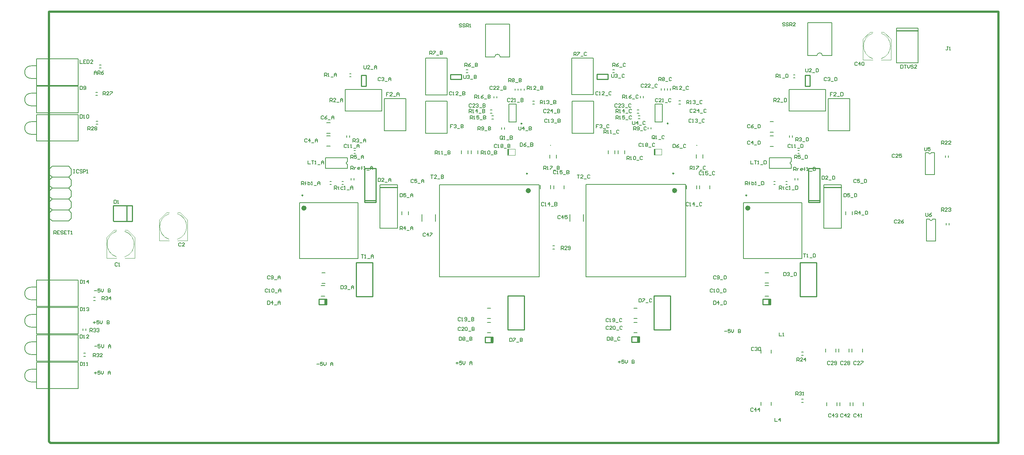
<source format=gto>
G04 Layer_Color=65535*
%FSLAX42Y42*%
%MOMM*%
G71*
G01*
G75*
%ADD48C,0.25*%
%ADD50C,0.50*%
%ADD77C,0.20*%
%ADD78C,0.10*%
%ADD79C,0.60*%
%ADD80C,0.25*%
%ADD81C,0.13*%
%ADD82C,0.15*%
%ADD83C,0.10*%
%ADD84C,0.15*%
%ADD85R,0.64X1.27*%
G36*
X17221Y7913D02*
X17223Y7910D01*
X17225Y7906D01*
Y7904D01*
Y7902D01*
X17223Y7898D01*
X17221Y7896D01*
X17217Y7894D01*
X17213D01*
X17209Y7896D01*
X17206Y7898D01*
X17205Y7902D01*
Y7904D01*
Y7906D01*
X17206Y7910D01*
X17209Y7913D01*
X17213Y7914D01*
X17217D01*
X17221Y7913D01*
D02*
G37*
G36*
X13829Y7910D02*
X13832Y7907D01*
X13833Y7903D01*
Y7901D01*
Y7899D01*
X13832Y7896D01*
X13829Y7893D01*
X13825Y7891D01*
X13821D01*
X13818Y7893D01*
X13815Y7896D01*
X13813Y7899D01*
Y7901D01*
Y7903D01*
X13815Y7907D01*
X13818Y7910D01*
X13821Y7911D01*
X13825D01*
X13829Y7910D01*
D02*
G37*
D48*
X9514Y6623D02*
Y7372D01*
X9780D01*
Y6623D02*
Y7372D01*
X9514Y6623D02*
X9780D01*
Y6585D02*
Y6623D01*
X9514Y6585D02*
X9780D01*
X9514D02*
Y6623D01*
X8460Y4337D02*
X8637D01*
X8460Y4210D02*
X8637D01*
X8460D02*
Y4337D01*
X9704Y4401D02*
Y5188D01*
X9323D02*
X9704D01*
X9323Y4401D02*
Y5188D01*
Y4401D02*
X9704D01*
X9869Y6928D02*
X10276D01*
X9437Y9277D02*
X9552D01*
Y9531D01*
X9437Y9277D02*
Y9531D01*
X9552D01*
X19801Y6623D02*
Y7372D01*
X20067D01*
Y6623D02*
Y7372D01*
X19801Y6623D02*
X20067D01*
Y6585D02*
Y6623D01*
X19801Y6585D02*
X20067D01*
X19801D02*
Y6623D01*
X18746Y4337D02*
X18924D01*
X18746Y4210D02*
X18924D01*
X18746D02*
Y4337D01*
X19991Y4401D02*
Y5188D01*
X19610D02*
X19991D01*
X19610Y4401D02*
Y5188D01*
Y4401D02*
X19991D01*
X20156Y6928D02*
X20563D01*
X19724Y9277D02*
X19839D01*
Y9531D01*
X19724Y9277D02*
Y9531D01*
X19839D01*
X21840Y10564D02*
X22340D01*
X11505Y9436D02*
Y9550D01*
Y9436D02*
X11759D01*
X11505Y9550D02*
X11759D01*
Y9436D02*
Y9550D01*
X12845Y7688D02*
Y7808D01*
X12310Y3460D02*
X12487D01*
X12310Y3333D02*
X12487D01*
X12310D02*
Y3460D01*
X13211Y3625D02*
Y4413D01*
X12830D02*
X13211D01*
X12830Y3625D02*
Y4413D01*
Y3625D02*
X13211D01*
X16603Y3628D02*
Y4415D01*
X16222D02*
X16603D01*
X16222Y3628D02*
Y4415D01*
Y3628D02*
X16603D01*
X15701Y3463D02*
X15879D01*
X15701Y3336D02*
X15879D01*
X15701D02*
Y3463D01*
X16237Y7690D02*
Y7810D01*
X14896Y9439D02*
Y9553D01*
Y9439D02*
X15150D01*
X14896Y9553D02*
X15150D01*
Y9439D02*
Y9553D01*
X4002Y6145D02*
Y6505D01*
X3700Y6145D02*
X4132D01*
X3692Y6149D02*
Y6505D01*
X4124D01*
X4132Y6149D02*
Y6505D01*
D50*
X2202Y11000D02*
X24206Y11000D01*
X2200Y1041D02*
Y10998D01*
Y1035D02*
Y1041D01*
Y1035D02*
X2235Y1000D01*
X17297D01*
X24206Y1000D01*
X24206Y11000D01*
D77*
X20124Y9985D02*
G03*
X19997Y9985I-63J0D01*
G01*
X12656Y9954D02*
G03*
X12529Y9954I-63J0D01*
G01*
X22582Y7738D02*
G03*
X22646Y7738I32J0D01*
G01*
X22610Y6191D02*
G03*
X22673Y6191I32J0D01*
G01*
X9120Y7525D02*
G03*
X9120Y7462I0J-32D01*
G01*
X19407Y7525D02*
G03*
X19407Y7462I0J-32D01*
G01*
X14140Y6894D02*
Y6974D01*
X13900Y6894D02*
Y6974D01*
X20339Y9985D02*
Y10747D01*
X19781D02*
X20339D01*
X19781Y9985D02*
Y10747D01*
Y9985D02*
X19997D01*
X20124D02*
X20339D01*
X12872Y9954D02*
Y10716D01*
X12314D02*
X12872D01*
X12314Y9954D02*
Y10716D01*
Y9954D02*
X12529D01*
X12656D02*
X12872D01*
X15315Y7707D02*
Y7787D01*
X15165Y7707D02*
Y7787D01*
X11911Y7707D02*
Y7787D01*
X11761Y7707D02*
Y7787D01*
X17519Y6894D02*
Y6974D01*
X17279Y6894D02*
Y6974D01*
X22508Y7230D02*
Y7738D01*
Y7230D02*
X22721D01*
Y7738D01*
X22646D02*
X22721D01*
X22508D02*
X22582D01*
X22535Y5683D02*
Y6191D01*
Y5683D02*
X22748D01*
Y6191D01*
X22673D02*
X22748D01*
X22535D02*
X22610D01*
X23047Y7625D02*
Y7665D01*
X22977Y7625D02*
Y7665D01*
X22991Y6057D02*
Y6097D01*
X23061Y6057D02*
Y6097D01*
X3367Y9769D02*
X3407D01*
X3367Y9699D02*
X3407D01*
X13874Y5502D02*
X13914D01*
X13874Y5572D02*
X13914D01*
X8635Y8127D02*
X8715D01*
X8635Y7887D02*
X8715D01*
X8986Y6999D02*
X9026D01*
X8986Y7069D02*
X9026D01*
X8612Y7613D02*
X9120D01*
X8612Y7374D02*
Y7613D01*
Y7374D02*
X9120D01*
Y7462D01*
Y7525D02*
Y7613D01*
X9265Y7718D02*
X9305D01*
X9265Y7788D02*
X9305D01*
X9096Y8090D02*
Y8130D01*
X9166Y8090D02*
Y8130D01*
X10528Y6291D02*
Y6371D01*
X10378Y6291D02*
Y6371D01*
X9358Y5276D02*
Y6576D01*
X8008Y5276D02*
Y6576D01*
X9358D01*
X8008Y5276D02*
X9358D01*
X8520Y4706D02*
X8600D01*
X8520Y4946D02*
X8600D01*
X9063Y8697D02*
Y8947D01*
Y8697D02*
X9913D01*
Y9197D01*
X9063D02*
X9913D01*
X9063Y8947D02*
Y9197D01*
X9199Y7098D02*
Y7138D01*
X9269Y7098D02*
Y7138D01*
X9163Y9566D02*
X9203D01*
X9163Y9496D02*
X9203D01*
X10072Y6988D02*
X10276D01*
Y5978D02*
Y6988D01*
X9869Y5978D02*
X10276D01*
X9869D02*
Y6988D01*
X10072D01*
X9975Y8990D02*
X10225D01*
X9975Y8244D02*
Y8990D01*
Y8244D02*
X10475D01*
Y8990D01*
X10225D02*
X10475D01*
X8508Y4408D02*
X8588D01*
X8508Y4648D02*
X8588D01*
X8706Y6999D02*
X8746D01*
X8706Y7069D02*
X8746D01*
X18908Y8121D02*
X18988D01*
X18908Y7881D02*
X18988D01*
X19273Y6999D02*
X19313D01*
X19273Y7069D02*
X19313D01*
X18899Y7613D02*
X19407D01*
X18899Y7374D02*
Y7613D01*
Y7374D02*
X19407D01*
Y7462D01*
Y7525D02*
Y7613D01*
X19552Y7718D02*
X19592D01*
X19552Y7788D02*
X19592D01*
X19360Y8088D02*
Y8128D01*
X19430Y8088D02*
Y8128D01*
X20815Y6291D02*
Y6371D01*
X20665Y6291D02*
Y6371D01*
X19645Y5276D02*
Y6576D01*
X18295Y5276D02*
Y6576D01*
X19645D01*
X18295Y5276D02*
X19645D01*
X18795Y4712D02*
X18875D01*
X18795Y4952D02*
X18875D01*
X19350Y8697D02*
Y8947D01*
Y8697D02*
X20200D01*
Y9197D01*
X19350D02*
X20200D01*
X19350Y8947D02*
Y9197D01*
X19486Y7098D02*
Y7138D01*
X19556Y7098D02*
Y7138D01*
X19450Y9541D02*
X19490D01*
X19450Y9471D02*
X19490D01*
X20359Y6988D02*
X20563D01*
Y5978D02*
Y6988D01*
X20156Y5978D02*
X20563D01*
X20156D02*
Y6988D01*
X20359D01*
X20262Y8990D02*
X20512D01*
X20262Y8244D02*
Y8990D01*
Y8244D02*
X20762D01*
Y8990D01*
X20512D02*
X20762D01*
X18795Y4408D02*
X18875D01*
X18795Y4648D02*
X18875D01*
X18993Y6999D02*
X19033D01*
X18993Y7069D02*
X19033D01*
X10843Y6143D02*
Y6303D01*
X11153Y6143D02*
Y6303D01*
X14272Y6143D02*
Y6303D01*
X14582Y6143D02*
Y6303D01*
X18941Y3085D02*
Y3165D01*
X18701Y3085D02*
Y3165D01*
X20440Y3110D02*
Y3190D01*
X20200Y3110D02*
Y3190D01*
X20745Y3110D02*
Y3190D01*
X20505Y3110D02*
Y3190D01*
X21050Y3110D02*
Y3190D01*
X20810Y3110D02*
Y3190D01*
X18941Y1873D02*
Y1953D01*
X18701Y1873D02*
Y1953D01*
X20465Y1865D02*
Y1945D01*
X20225Y1865D02*
Y1945D01*
X20770Y1865D02*
Y1945D01*
X20530Y1865D02*
Y1945D01*
X21075Y1865D02*
Y1945D01*
X20835Y1865D02*
Y1945D01*
X19640Y3038D02*
X19680D01*
X19640Y3108D02*
X19680D01*
X19640Y1946D02*
X19680D01*
X19640Y2016D02*
X19680D01*
X3003Y3083D02*
X3043D01*
X3003Y3013D02*
X3043D01*
X3058Y3612D02*
Y3652D01*
X2988Y3612D02*
Y3652D01*
X3231Y4378D02*
X3271D01*
X3231Y4308D02*
X3271D01*
X3282Y9133D02*
X3322D01*
X3282Y9063D02*
X3322D01*
X3295Y8463D02*
X3335D01*
X3295Y8393D02*
X3335D01*
X22090Y10622D02*
X22340D01*
Y9820D02*
Y10622D01*
X21840Y9820D02*
X22340D01*
X21840D02*
Y10622D01*
X22090D01*
X10925Y9925D02*
X11175D01*
X10925Y9075D02*
Y9925D01*
Y9075D02*
X11425D01*
Y9925D01*
X11175D02*
X11425D01*
X11872Y9587D02*
X11912D01*
X11872Y9657D02*
X11912D01*
X10929Y8925D02*
X11179D01*
X10929Y8180D02*
Y8925D01*
Y8180D02*
X11429D01*
Y8925D01*
X11179D02*
X11429D01*
X12358Y3796D02*
X12438D01*
X12358Y3556D02*
X12438D01*
X12358Y4126D02*
X12438D01*
X12358Y3886D02*
X12438D01*
X13407Y8931D02*
X13447D01*
X13407Y8861D02*
X13447D01*
X13823Y6899D02*
Y6979D01*
X13583Y6899D02*
Y6979D01*
X12140Y7707D02*
Y7787D01*
X11990Y7707D02*
Y7787D01*
X12856Y8861D02*
X13026D01*
X12856Y8446D02*
X13026D01*
X12856D02*
Y8861D01*
X13026Y8446D02*
Y8861D01*
X11252Y4853D02*
Y6993D01*
X13562Y4853D02*
Y6993D01*
X11252Y4853D02*
X13562D01*
X11252Y6993D02*
X13562D01*
X13960Y7606D02*
Y7686D01*
X13810Y7606D02*
Y7686D01*
X13140Y9179D02*
Y9219D01*
X13210Y9179D02*
Y9219D01*
X13070Y9179D02*
Y9219D01*
X13000Y9179D02*
Y9219D01*
X12512Y9002D02*
Y9042D01*
X12582Y9002D02*
Y9042D01*
X12463Y8587D02*
X12503D01*
X12463Y8517D02*
X12503D01*
X12690Y8278D02*
Y8318D01*
X12760Y8278D02*
Y8318D01*
X12426Y8652D02*
X12466D01*
X12426Y8722D02*
X12466D01*
X15830Y8652D02*
X15870D01*
X15830Y8722D02*
X15870D01*
X16081Y8281D02*
Y8321D01*
X16151Y8281D02*
Y8321D01*
X15855Y8590D02*
X15895D01*
X15855Y8520D02*
X15895D01*
X15904Y9005D02*
Y9045D01*
X15974Y9005D02*
Y9045D01*
X16462Y9182D02*
Y9222D01*
X16392Y9182D02*
Y9222D01*
X16531Y9182D02*
Y9222D01*
X16601Y9182D02*
Y9222D01*
X17352Y7608D02*
Y7688D01*
X17202Y7608D02*
Y7688D01*
X14644Y4856D02*
Y6996D01*
X16954Y4856D02*
Y6996D01*
X14644Y4856D02*
X16954D01*
X14644Y6996D02*
X16954D01*
X16247Y8864D02*
X16417D01*
X16247Y8449D02*
X16417D01*
X16247D02*
Y8864D01*
X16417Y8449D02*
Y8864D01*
X15544Y7707D02*
Y7787D01*
X15394Y7707D02*
Y7787D01*
X17214Y6894D02*
Y6974D01*
X16974Y6894D02*
Y6974D01*
X16799Y8934D02*
X16839D01*
X16799Y8864D02*
X16839D01*
X15750Y4129D02*
X15830D01*
X15750Y3889D02*
X15830D01*
X15750Y3799D02*
X15830D01*
X15750Y3559D02*
X15830D01*
X14321Y8928D02*
X14571D01*
X14321Y8183D02*
Y8928D01*
Y8183D02*
X14821D01*
Y8928D01*
X14571D02*
X14821D01*
X15263Y9590D02*
X15303D01*
X15263Y9660D02*
X15303D01*
X14316Y9927D02*
X14566D01*
X14316Y9077D02*
Y9927D01*
Y9077D02*
X14816D01*
Y9927D01*
X14566D02*
X14816D01*
X18908Y8211D02*
X18988D01*
X18908Y8451D02*
X18988D01*
X8635Y8186D02*
X8715D01*
X8635Y8426D02*
X8715D01*
D78*
X5175Y5725D02*
G03*
X5175Y6317I-95J296D01*
G01*
X4984D02*
G03*
X4984Y5725I95J-296D01*
G01*
X3956Y5318D02*
G03*
X3956Y5911I-95J296D01*
G01*
X3764D02*
G03*
X3764Y5318I95J-296D01*
G01*
X21484Y9911D02*
G03*
X21484Y10503I-95J296D01*
G01*
X21293D02*
G03*
X21293Y9911I95J-296D01*
G01*
X5175Y5695D02*
X5405D01*
Y6177D01*
X5235Y6345D02*
X5405Y6177D01*
X5175Y6345D02*
X5235D01*
X4923D02*
X4984D01*
X4755Y6177D02*
X4923Y6345D01*
X4755Y5695D02*
Y6177D01*
Y5695D02*
X4984D01*
X3956Y5288D02*
X4186D01*
Y5771D01*
X4016Y5939D02*
X4186Y5771D01*
X3956Y5939D02*
X4016D01*
X3703D02*
X3764D01*
X3536Y5771D02*
X3703Y5939D01*
X3536Y5288D02*
Y5771D01*
Y5288D02*
X3764D01*
X21484Y9881D02*
X21714D01*
Y10363D01*
X21544Y10531D02*
X21714Y10363D01*
X21484Y10531D02*
X21544D01*
X21232D02*
X21293D01*
X21064Y10363D02*
X21232Y10531D01*
X21064Y9881D02*
Y10363D01*
Y9881D02*
X21293D01*
D79*
X8138Y6449D02*
G03*
X8138Y6449I-30J0D01*
G01*
X18425D02*
G03*
X18425Y6449I-30J0D01*
G01*
X13337Y6853D02*
G03*
X13337Y6853I-30J0D01*
G01*
X16729Y6856D02*
G03*
X16729Y6856I-30J0D01*
G01*
D80*
X8086Y6744D02*
G03*
X8086Y6744I-12J0D01*
G01*
X18373D02*
G03*
X18373Y6744I-12J0D01*
G01*
X13161Y8409D02*
G03*
X13161Y8409I-12J0D01*
G01*
X13288Y7249D02*
G03*
X13288Y7249I-12J0D01*
G01*
X16680Y7252D02*
G03*
X16680Y7252I-12J0D01*
G01*
X16552Y8412D02*
G03*
X16552Y8412I-12J0D01*
G01*
D81*
X1781Y2710D02*
G03*
X1781Y2420I0J-145D01*
G01*
Y3345D02*
G03*
X1781Y3055I0J-145D01*
G01*
Y3980D02*
G03*
X1781Y3690I0J-145D01*
G01*
Y4615D02*
G03*
X1781Y4325I0J-145D01*
G01*
Y9111D02*
G03*
X1781Y8821I0J-145D01*
G01*
Y8451D02*
G03*
X1781Y8161I0J-145D01*
G01*
Y9746D02*
G03*
X1781Y9456I0J-145D01*
G01*
X1790Y2710D02*
X1900D01*
X1790Y2420D02*
X1900D01*
X1908Y2870D02*
X2873D01*
X1908Y2261D02*
Y2870D01*
Y2261D02*
X2873D01*
Y2870D01*
X1790Y3345D02*
X1900D01*
X1790Y3055D02*
X1900D01*
X1908Y3505D02*
X2873D01*
X1908Y2896D02*
Y3505D01*
Y2896D02*
X2873D01*
Y3505D01*
X1790Y3980D02*
X1900D01*
X1790Y3690D02*
X1900D01*
X1908Y4140D02*
X2873D01*
X1908Y3531D02*
Y4140D01*
Y3531D02*
X2873D01*
Y4140D01*
X1790Y4615D02*
X1900D01*
X1790Y4325D02*
X1900D01*
X1908Y4775D02*
X2873D01*
X1908Y4166D02*
Y4775D01*
Y4166D02*
X2873D01*
Y4775D01*
X1790Y9111D02*
X1900D01*
X1790Y8821D02*
X1900D01*
X1908Y9271D02*
X2873D01*
X1908Y8661D02*
Y9271D01*
Y8661D02*
X2873D01*
Y9271D01*
X1790Y8451D02*
X1900D01*
X1790Y8161D02*
X1900D01*
X1908Y8611D02*
X2873D01*
X1908Y8001D02*
Y8611D01*
Y8001D02*
X2873D01*
Y8611D01*
Y9296D02*
Y9906D01*
X1908Y9296D02*
X2873D01*
X1908D02*
Y9906D01*
X2873D01*
X1790Y9456D02*
X1900D01*
X1790Y9746D02*
X1900D01*
D82*
X2273Y7417D02*
X2654D01*
X2718Y7226D02*
Y7353D01*
X2210D02*
X2273Y7417D01*
X2210Y7226D02*
Y7353D01*
Y7226D02*
X2273Y7163D01*
X2654Y7417D02*
X2718Y7353D01*
X2654Y7163D02*
X2718Y7226D01*
X2273Y7163D02*
X2654D01*
X2273Y6909D02*
X2654D01*
X2718Y6972D01*
X2654Y7163D02*
X2718Y7099D01*
X2210Y6972D02*
X2273Y6909D01*
X2210Y6972D02*
Y7099D01*
X2273Y7163D01*
X2718Y6972D02*
Y7099D01*
X2273Y7163D02*
X2654D01*
X2273Y6909D02*
X2654D01*
X2718Y6718D02*
Y6845D01*
X2210D02*
X2273Y6909D01*
X2210Y6718D02*
Y6845D01*
Y6718D02*
X2273Y6655D01*
X2654Y6909D02*
X2718Y6845D01*
X2654Y6655D02*
X2718Y6718D01*
Y6210D02*
Y6337D01*
Y6464D02*
Y6591D01*
X2273Y6655D02*
X2654D01*
X2273Y6401D02*
X2654D01*
X2210Y6591D02*
X2273Y6655D01*
X2210Y6464D02*
Y6591D01*
Y6464D02*
X2273Y6401D01*
X2210Y6337D02*
X2273Y6401D01*
X2210Y6210D02*
Y6337D01*
Y6210D02*
X2273Y6147D01*
X2654D01*
Y6655D02*
X2718Y6591D01*
X2654Y6401D02*
X2718Y6464D01*
X2654Y6401D02*
X2718Y6337D01*
X2654Y6147D02*
X2718Y6210D01*
D83*
X12825Y7818D02*
X13005D01*
Y7678D02*
Y7818D01*
X12825Y7678D02*
X13005D01*
X12825D02*
Y7818D01*
X16217Y7820D02*
X16397D01*
Y7680D02*
Y7820D01*
X16217Y7680D02*
X16397D01*
X16217D02*
Y7820D01*
D84*
X3255Y3246D02*
X3308D01*
X3388Y3286D02*
X3335D01*
Y3246D01*
X3362Y3259D01*
X3375D01*
X3388Y3246D01*
Y3219D01*
X3375Y3206D01*
X3348D01*
X3335Y3219D01*
X3415Y3286D02*
Y3233D01*
X3442Y3206D01*
X3468Y3233D01*
Y3286D01*
X3575Y3206D02*
Y3259D01*
X3602Y3286D01*
X3628Y3259D01*
Y3206D01*
Y3246D01*
X3575D01*
X13947Y7306D02*
X13934Y7319D01*
X13907D01*
X13894Y7306D01*
Y7252D01*
X13907Y7239D01*
X13934D01*
X13947Y7252D01*
X13974Y7239D02*
X14000D01*
X13987D01*
Y7319D01*
X13974Y7306D01*
X14094Y7319D02*
X14040D01*
Y7279D01*
X14067Y7292D01*
X14080D01*
X14094Y7279D01*
Y7252D01*
X14080Y7239D01*
X14054D01*
X14040Y7252D01*
X14120Y7226D02*
X14174D01*
X14200Y7319D02*
Y7239D01*
X14240D01*
X14254Y7252D01*
Y7266D01*
X14240Y7279D01*
X14200D01*
X14240D01*
X14254Y7292D01*
Y7306D01*
X14240Y7319D01*
X14200D01*
X19256Y10735D02*
X19242Y10748D01*
X19216D01*
X19202Y10735D01*
Y10721D01*
X19216Y10708D01*
X19242D01*
X19256Y10695D01*
Y10681D01*
X19242Y10668D01*
X19216D01*
X19202Y10681D01*
X19336Y10735D02*
X19322Y10748D01*
X19296D01*
X19282Y10735D01*
Y10721D01*
X19296Y10708D01*
X19322D01*
X19336Y10695D01*
Y10681D01*
X19322Y10668D01*
X19296D01*
X19282Y10681D01*
X19362Y10668D02*
Y10748D01*
X19402D01*
X19416Y10735D01*
Y10708D01*
X19402Y10695D01*
X19362D01*
X19389D02*
X19416Y10668D01*
X19496D02*
X19442D01*
X19496Y10721D01*
Y10735D01*
X19482Y10748D01*
X19456D01*
X19442Y10735D01*
X11763Y10709D02*
X11749Y10723D01*
X11723D01*
X11709Y10709D01*
Y10696D01*
X11723Y10683D01*
X11749D01*
X11763Y10669D01*
Y10656D01*
X11749Y10643D01*
X11723D01*
X11709Y10656D01*
X11843Y10709D02*
X11829Y10723D01*
X11803D01*
X11789Y10709D01*
Y10696D01*
X11803Y10683D01*
X11829D01*
X11843Y10669D01*
Y10656D01*
X11829Y10643D01*
X11803D01*
X11789Y10656D01*
X11869Y10643D02*
Y10723D01*
X11909D01*
X11923Y10709D01*
Y10683D01*
X11909Y10669D01*
X11869D01*
X11896D02*
X11923Y10643D01*
X11949D02*
X11976D01*
X11963D01*
Y10723D01*
X11949Y10709D01*
X15062Y8179D02*
Y8259D01*
X15102D01*
X15116Y8245D01*
Y8219D01*
X15102Y8205D01*
X15062D01*
X15089D02*
X15116Y8179D01*
X15142D02*
X15169D01*
X15156D01*
Y8259D01*
X15142Y8245D01*
X15209Y8179D02*
X15235D01*
X15222D01*
Y8259D01*
X15209Y8245D01*
X15275Y8165D02*
X15329D01*
X15409Y8245D02*
X15395Y8259D01*
X15369D01*
X15355Y8245D01*
Y8192D01*
X15369Y8179D01*
X15395D01*
X15409Y8192D01*
X11151Y7696D02*
Y7776D01*
X11191D01*
X11204Y7763D01*
Y7736D01*
X11191Y7723D01*
X11151D01*
X11177D02*
X11204Y7696D01*
X11231D02*
X11257D01*
X11244D01*
Y7776D01*
X11231Y7763D01*
X11297Y7696D02*
X11324D01*
X11311D01*
Y7776D01*
X11297Y7763D01*
X11364Y7683D02*
X11417D01*
X11444Y7776D02*
Y7696D01*
X11484D01*
X11497Y7710D01*
Y7723D01*
X11484Y7736D01*
X11444D01*
X11484D01*
X11497Y7750D01*
Y7763D01*
X11484Y7776D01*
X11444D01*
X17323Y7285D02*
X17309Y7299D01*
X17283D01*
X17269Y7285D01*
Y7232D01*
X17283Y7219D01*
X17309D01*
X17323Y7232D01*
X17349Y7219D02*
X17376D01*
X17363D01*
Y7299D01*
X17349Y7285D01*
X17469Y7299D02*
X17416D01*
Y7259D01*
X17443Y7272D01*
X17456D01*
X17469Y7259D01*
Y7232D01*
X17456Y7219D01*
X17429D01*
X17416Y7232D01*
X17496Y7205D02*
X17549D01*
X17629Y7285D02*
X17616Y7299D01*
X17589D01*
X17576Y7285D01*
Y7232D01*
X17589Y7219D01*
X17616D01*
X17629Y7232D01*
X5260Y5629D02*
X5247Y5643D01*
X5220D01*
X5207Y5629D01*
Y5576D01*
X5220Y5563D01*
X5247D01*
X5260Y5576D01*
X5340Y5563D02*
X5287D01*
X5340Y5616D01*
Y5629D01*
X5327Y5643D01*
X5300D01*
X5287Y5629D01*
X23040Y10189D02*
X23014D01*
X23027D01*
Y10123D01*
X23014Y10109D01*
X23000D01*
X22987Y10123D01*
X23067Y10109D02*
X23094D01*
X23080D01*
Y10189D01*
X23067Y10176D01*
X3787Y5172D02*
X3774Y5185D01*
X3747D01*
X3734Y5172D01*
Y5119D01*
X3747Y5105D01*
X3774D01*
X3787Y5119D01*
X3814Y5105D02*
X3840D01*
X3827D01*
Y5185D01*
X3814Y5172D01*
X22491Y7856D02*
Y7790D01*
X22504Y7777D01*
X22531D01*
X22544Y7790D01*
Y7856D01*
X22624D02*
X22571D01*
Y7817D01*
X22598Y7830D01*
X22611D01*
X22624Y7817D01*
Y7790D01*
X22611Y7777D01*
X22584D01*
X22571Y7790D01*
X22518Y6335D02*
Y6268D01*
X22532Y6255D01*
X22558D01*
X22572Y6268D01*
Y6335D01*
X22652D02*
X22625Y6321D01*
X22598Y6295D01*
Y6268D01*
X22612Y6255D01*
X22638D01*
X22652Y6268D01*
Y6281D01*
X22638Y6295D01*
X22598D01*
X22885Y7925D02*
Y8005D01*
X22925D01*
X22939Y7991D01*
Y7965D01*
X22925Y7951D01*
X22885D01*
X22912D02*
X22939Y7925D01*
X23019D02*
X22965D01*
X23019Y7978D01*
Y7991D01*
X23005Y8005D01*
X22979D01*
X22965Y7991D01*
X23099Y7925D02*
X23045D01*
X23099Y7978D01*
Y7991D01*
X23085Y8005D01*
X23059D01*
X23045Y7991D01*
X22885Y6375D02*
Y6455D01*
X22925D01*
X22939Y6442D01*
Y6415D01*
X22925Y6402D01*
X22885D01*
X22912D02*
X22939Y6375D01*
X23019D02*
X22965D01*
X23019Y6429D01*
Y6442D01*
X23005Y6455D01*
X22979D01*
X22965Y6442D01*
X23045D02*
X23059Y6455D01*
X23085D01*
X23099Y6442D01*
Y6429D01*
X23085Y6415D01*
X23072D01*
X23085D01*
X23099Y6402D01*
Y6389D01*
X23085Y6375D01*
X23059D01*
X23045Y6389D01*
X21847Y6163D02*
X21833Y6176D01*
X21807D01*
X21793Y6163D01*
Y6109D01*
X21807Y6096D01*
X21833D01*
X21847Y6109D01*
X21926Y6096D02*
X21873D01*
X21926Y6149D01*
Y6163D01*
X21913Y6176D01*
X21887D01*
X21873Y6163D01*
X22006Y6176D02*
X21980Y6163D01*
X21953Y6136D01*
Y6109D01*
X21966Y6096D01*
X21993D01*
X22006Y6109D01*
Y6123D01*
X21993Y6136D01*
X21953D01*
X21796Y7687D02*
X21782Y7700D01*
X21756D01*
X21742Y7687D01*
Y7633D01*
X21756Y7620D01*
X21782D01*
X21796Y7633D01*
X21876Y7620D02*
X21822D01*
X21876Y7673D01*
Y7687D01*
X21862Y7700D01*
X21836D01*
X21822Y7687D01*
X21956Y7700D02*
X21902D01*
Y7660D01*
X21929Y7673D01*
X21942D01*
X21956Y7660D01*
Y7633D01*
X21942Y7620D01*
X21916D01*
X21902Y7633D01*
X3251Y9550D02*
Y9604D01*
X3278Y9630D01*
X3305Y9604D01*
Y9550D01*
Y9590D01*
X3251D01*
X3331Y9550D02*
Y9630D01*
X3371D01*
X3384Y9617D01*
Y9590D01*
X3371Y9577D01*
X3331D01*
X3358D02*
X3384Y9550D01*
X3464Y9630D02*
X3438Y9617D01*
X3411Y9590D01*
Y9564D01*
X3424Y9550D01*
X3451D01*
X3464Y9564D01*
Y9577D01*
X3451Y9590D01*
X3411D01*
X14072Y5486D02*
Y5566D01*
X14112D01*
X14125Y5553D01*
Y5526D01*
X14112Y5513D01*
X14072D01*
X14098D02*
X14125Y5486D01*
X14205D02*
X14152D01*
X14205Y5540D01*
Y5553D01*
X14192Y5566D01*
X14165D01*
X14152Y5553D01*
X14232Y5500D02*
X14245Y5486D01*
X14272D01*
X14285Y5500D01*
Y5553D01*
X14272Y5566D01*
X14245D01*
X14232Y5553D01*
Y5540D01*
X14245Y5526D01*
X14285D01*
X2769Y7344D02*
X2795D01*
X2782D01*
Y7264D01*
X2769D01*
X2795D01*
X2889Y7331D02*
X2875Y7344D01*
X2849D01*
X2835Y7331D01*
Y7278D01*
X2849Y7264D01*
X2875D01*
X2889Y7278D01*
X2969Y7331D02*
X2955Y7344D01*
X2929D01*
X2915Y7331D01*
Y7318D01*
X2929Y7304D01*
X2955D01*
X2969Y7291D01*
Y7278D01*
X2955Y7264D01*
X2929D01*
X2915Y7278D01*
X2995Y7264D02*
Y7344D01*
X3035D01*
X3049Y7331D01*
Y7304D01*
X3035Y7291D01*
X2995D01*
X3075Y7264D02*
X3102D01*
X3088D01*
Y7344D01*
X3075Y7331D01*
X20932Y9820D02*
X20919Y9834D01*
X20892D01*
X20879Y9820D01*
Y9767D01*
X20892Y9754D01*
X20919D01*
X20932Y9767D01*
X20999Y9754D02*
Y9834D01*
X20959Y9794D01*
X21012D01*
X21039Y9820D02*
X21052Y9834D01*
X21079D01*
X21092Y9820D01*
Y9767D01*
X21079Y9754D01*
X21052D01*
X21039Y9767D01*
Y9820D01*
X8181Y8042D02*
X8168Y8056D01*
X8141D01*
X8128Y8042D01*
Y7989D01*
X8141Y7976D01*
X8168D01*
X8181Y7989D01*
X8248Y7976D02*
Y8056D01*
X8208Y8016D01*
X8261D01*
X8288Y7962D02*
X8341D01*
X8368Y7976D02*
Y8029D01*
X8395Y8056D01*
X8421Y8029D01*
Y7976D01*
Y8016D01*
X8368D01*
X8814Y6883D02*
Y6963D01*
X8854D01*
X8867Y6950D01*
Y6923D01*
X8854Y6910D01*
X8814D01*
X8840D02*
X8867Y6883D01*
X8907Y6950D02*
Y6937D01*
X8894D01*
X8920D01*
X8907D01*
Y6897D01*
X8920Y6883D01*
X9014Y6937D02*
X8974D01*
X8960Y6923D01*
Y6897D01*
X8974Y6883D01*
X9014D01*
X9040D02*
X9067D01*
X9054D01*
Y6963D01*
X9040Y6950D01*
X9107Y6870D02*
X9160D01*
X9187Y6883D02*
Y6937D01*
X9214Y6963D01*
X9240Y6937D01*
Y6883D01*
Y6923D01*
X9187D01*
X8204Y7548D02*
Y7468D01*
X8258D01*
X8284Y7548D02*
X8337D01*
X8311D01*
Y7468D01*
X8364D02*
X8391D01*
X8377D01*
Y7548D01*
X8364Y7534D01*
X8431Y7454D02*
X8484D01*
X8511Y7468D02*
Y7521D01*
X8537Y7548D01*
X8564Y7521D01*
Y7468D01*
Y7508D01*
X8511D01*
X9195Y7595D02*
Y7675D01*
X9235D01*
X9248Y7661D01*
Y7635D01*
X9235Y7621D01*
X9195D01*
X9221D02*
X9248Y7595D01*
X9328Y7675D02*
X9275D01*
Y7635D01*
X9301Y7648D01*
X9315D01*
X9328Y7635D01*
Y7608D01*
X9315Y7595D01*
X9288D01*
X9275Y7608D01*
X9355Y7581D02*
X9408D01*
X9435Y7595D02*
Y7648D01*
X9461Y7675D01*
X9488Y7648D01*
Y7595D01*
Y7635D01*
X9435D01*
X9246Y7976D02*
Y8056D01*
X9286D01*
X9299Y8042D01*
Y8016D01*
X9286Y8002D01*
X9246D01*
X9272D02*
X9299Y7976D01*
X9326Y8042D02*
X9339Y8056D01*
X9366D01*
X9379Y8042D01*
Y8029D01*
X9366Y8016D01*
X9352D01*
X9366D01*
X9379Y8002D01*
Y7989D01*
X9366Y7976D01*
X9339D01*
X9326Y7989D01*
X9406Y7962D02*
X9459D01*
X9486Y7976D02*
Y8029D01*
X9512Y8056D01*
X9539Y8029D01*
Y7976D01*
Y8016D01*
X9486D01*
X9830Y7141D02*
Y7061D01*
X9870D01*
X9883Y7075D01*
Y7128D01*
X9870Y7141D01*
X9830D01*
X9963Y7061D02*
X9910D01*
X9963Y7115D01*
Y7128D01*
X9950Y7141D01*
X9923D01*
X9910Y7128D01*
X9990Y7048D02*
X10043D01*
X10070Y7061D02*
Y7115D01*
X10096Y7141D01*
X10123Y7115D01*
Y7061D01*
Y7101D01*
X10070D01*
X10338Y5944D02*
Y6024D01*
X10378D01*
X10391Y6010D01*
Y5984D01*
X10378Y5970D01*
X10338D01*
X10364D02*
X10391Y5944D01*
X10458D02*
Y6024D01*
X10418Y5984D01*
X10471D01*
X10498Y5930D02*
X10551D01*
X10578Y5944D02*
Y5997D01*
X10604Y6024D01*
X10631Y5997D01*
Y5944D01*
Y5984D01*
X10578D01*
X9437Y5370D02*
X9491D01*
X9464D01*
Y5290D01*
X9517D02*
X9544D01*
X9531D01*
Y5370D01*
X9517Y5356D01*
X9584Y5276D02*
X9637D01*
X9664Y5290D02*
Y5343D01*
X9691Y5370D01*
X9717Y5343D01*
Y5290D01*
Y5330D01*
X9664D01*
X7264Y4296D02*
Y4216D01*
X7304D01*
X7318Y4230D01*
Y4283D01*
X7304Y4296D01*
X7264D01*
X7384Y4216D02*
Y4296D01*
X7344Y4256D01*
X7398D01*
X7424Y4203D02*
X7478D01*
X7504Y4216D02*
Y4270D01*
X7531Y4296D01*
X7558Y4270D01*
Y4216D01*
Y4256D01*
X7504D01*
X7318Y4867D02*
X7304Y4881D01*
X7278D01*
X7264Y4867D01*
Y4814D01*
X7278Y4801D01*
X7304D01*
X7318Y4814D01*
X7344D02*
X7358Y4801D01*
X7384D01*
X7398Y4814D01*
Y4867D01*
X7384Y4881D01*
X7358D01*
X7344Y4867D01*
Y4854D01*
X7358Y4841D01*
X7398D01*
X7424Y4787D02*
X7478D01*
X7504Y4801D02*
Y4854D01*
X7531Y4881D01*
X7558Y4854D01*
Y4801D01*
Y4841D01*
X7504D01*
X8712Y8915D02*
Y8995D01*
X8752D01*
X8766Y8982D01*
Y8955D01*
X8752Y8942D01*
X8712D01*
X8739D02*
X8766Y8915D01*
X8845D02*
X8792D01*
X8845Y8969D01*
Y8982D01*
X8832Y8995D01*
X8806D01*
X8792Y8982D01*
X8872Y8902D02*
X8925D01*
X8952Y8915D02*
Y8969D01*
X8979Y8995D01*
X9005Y8969D01*
Y8915D01*
Y8955D01*
X8952D01*
X9195Y7341D02*
Y7421D01*
X9235D01*
X9248Y7407D01*
Y7381D01*
X9235Y7367D01*
X9195D01*
X9221D02*
X9248Y7341D01*
X9275Y7394D02*
Y7341D01*
Y7367D01*
X9288Y7381D01*
X9301Y7394D01*
X9315D01*
X9395Y7341D02*
X9368D01*
X9355Y7354D01*
Y7381D01*
X9368Y7394D01*
X9395D01*
X9408Y7381D01*
Y7367D01*
X9355D01*
X9448Y7341D02*
Y7407D01*
Y7381D01*
X9435D01*
X9461D01*
X9448D01*
Y7407D01*
X9461Y7421D01*
X9501Y7341D02*
X9528D01*
X9515D01*
Y7421D01*
X9501Y7407D01*
X9568Y7327D02*
X9621D01*
X9648Y7341D02*
Y7394D01*
X9675Y7421D01*
X9701Y7394D01*
Y7341D01*
Y7381D01*
X9648D01*
X8585Y9500D02*
Y9580D01*
X8625D01*
X8639Y9566D01*
Y9540D01*
X8625Y9526D01*
X8585D01*
X8612D02*
X8639Y9500D01*
X8665D02*
X8692D01*
X8679D01*
Y9580D01*
X8665Y9566D01*
X8732Y9486D02*
X8785D01*
X8812Y9500D02*
Y9553D01*
X8838Y9580D01*
X8865Y9553D01*
Y9500D01*
Y9540D01*
X8812D01*
X8966Y4652D02*
Y4572D01*
X9006D01*
X9020Y4585D01*
Y4639D01*
X9006Y4652D01*
X8966D01*
X9046Y4639D02*
X9060Y4652D01*
X9086D01*
X9099Y4639D01*
Y4625D01*
X9086Y4612D01*
X9073D01*
X9086D01*
X9099Y4599D01*
Y4585D01*
X9086Y4572D01*
X9060D01*
X9046Y4585D01*
X9126Y4559D02*
X9179D01*
X9206Y4572D02*
Y4625D01*
X9233Y4652D01*
X9259Y4625D01*
Y4572D01*
Y4612D01*
X9206D01*
X10338Y6786D02*
Y6706D01*
X10378D01*
X10391Y6719D01*
Y6772D01*
X10378Y6786D01*
X10338D01*
X10471D02*
X10418D01*
Y6746D01*
X10444Y6759D01*
X10458D01*
X10471Y6746D01*
Y6719D01*
X10458Y6706D01*
X10431D01*
X10418Y6719D01*
X10498Y6692D02*
X10551D01*
X10578Y6706D02*
Y6759D01*
X10604Y6786D01*
X10631Y6759D01*
Y6706D01*
Y6746D01*
X10578D01*
X10645Y7102D02*
X10632Y7116D01*
X10605D01*
X10592Y7102D01*
Y7049D01*
X10605Y7036D01*
X10632D01*
X10645Y7049D01*
X10725Y7116D02*
X10672D01*
Y7076D01*
X10698Y7089D01*
X10712D01*
X10725Y7076D01*
Y7049D01*
X10712Y7036D01*
X10685D01*
X10672Y7049D01*
X10752Y7022D02*
X10805D01*
X10832Y7036D02*
Y7089D01*
X10858Y7116D01*
X10885Y7089D01*
Y7036D01*
Y7076D01*
X10832D01*
X10075Y9129D02*
X10022D01*
Y9089D01*
X10048D01*
X10022D01*
Y9049D01*
X10155D02*
X10102D01*
X10155Y9102D01*
Y9115D01*
X10142Y9129D01*
X10115D01*
X10102Y9115D01*
X10182Y9035D02*
X10235D01*
X10262Y9049D02*
Y9102D01*
X10288Y9129D01*
X10315Y9102D01*
Y9049D01*
Y9089D01*
X10262D01*
X7267Y4562D02*
X7254Y4576D01*
X7227D01*
X7214Y4562D01*
Y4509D01*
X7227Y4496D01*
X7254D01*
X7267Y4509D01*
X7294Y4496D02*
X7320D01*
X7307D01*
Y4576D01*
X7294Y4562D01*
X7360D02*
X7374Y4576D01*
X7400D01*
X7414Y4562D01*
Y4509D01*
X7400Y4496D01*
X7374D01*
X7360Y4509D01*
Y4562D01*
X7440Y4482D02*
X7494D01*
X7520Y4496D02*
Y4549D01*
X7547Y4576D01*
X7573Y4549D01*
Y4496D01*
Y4536D01*
X7520D01*
X8052Y6985D02*
Y7065D01*
X8092D01*
X8105Y7052D01*
Y7025D01*
X8092Y7012D01*
X8052D01*
X8078D02*
X8105Y6985D01*
X8145D02*
Y7052D01*
Y7025D01*
X8132D01*
X8158D01*
X8145D01*
Y7052D01*
X8158Y7065D01*
X8198D02*
Y6985D01*
X8238D01*
X8252Y6998D01*
Y7012D01*
Y7025D01*
X8238Y7038D01*
X8198D01*
X8278Y6985D02*
X8305D01*
X8292D01*
Y7065D01*
X8278Y7052D01*
X8345Y6972D02*
X8398D01*
X8425Y6985D02*
Y7038D01*
X8452Y7065D01*
X8478Y7038D01*
Y6985D01*
Y7025D01*
X8425D01*
X9500Y9757D02*
Y9691D01*
X9513Y9677D01*
X9540D01*
X9553Y9691D01*
Y9757D01*
X9633Y9677D02*
X9580D01*
X9633Y9731D01*
Y9744D01*
X9620Y9757D01*
X9593D01*
X9580Y9744D01*
X9660Y9664D02*
X9713D01*
X9740Y9677D02*
Y9731D01*
X9766Y9757D01*
X9793Y9731D01*
Y9677D01*
Y9717D01*
X9740D01*
X9096Y7915D02*
X9082Y7929D01*
X9056D01*
X9042Y7915D01*
Y7862D01*
X9056Y7849D01*
X9082D01*
X9096Y7862D01*
X9122Y7849D02*
X9149D01*
X9136D01*
Y7929D01*
X9122Y7915D01*
X9189Y7849D02*
X9216D01*
X9202D01*
Y7929D01*
X9189Y7915D01*
X9256Y7835D02*
X9309D01*
X9336Y7849D02*
Y7902D01*
X9362Y7929D01*
X9389Y7902D01*
Y7849D01*
Y7889D01*
X9336D01*
X9883Y9465D02*
X9870Y9478D01*
X9843D01*
X9830Y9465D01*
Y9411D01*
X9843Y9398D01*
X9870D01*
X9883Y9411D01*
X9910Y9465D02*
X9923Y9478D01*
X9950D01*
X9963Y9465D01*
Y9451D01*
X9950Y9438D01*
X9936D01*
X9950D01*
X9963Y9425D01*
Y9411D01*
X9950Y9398D01*
X9923D01*
X9910Y9411D01*
X9990Y9385D02*
X10043D01*
X10070Y9398D02*
Y9451D01*
X10096Y9478D01*
X10123Y9451D01*
Y9398D01*
Y9438D01*
X10070D01*
X18443Y7991D02*
X18430Y8005D01*
X18403D01*
X18390Y7991D01*
Y7938D01*
X18403Y7925D01*
X18430D01*
X18443Y7938D01*
X18510Y7925D02*
Y8005D01*
X18470Y7965D01*
X18523D01*
X18550Y7911D02*
X18603D01*
X18630Y8005D02*
Y7925D01*
X18670D01*
X18683Y7938D01*
Y7991D01*
X18670Y8005D01*
X18630D01*
X19126Y6883D02*
Y6963D01*
X19166D01*
X19180Y6950D01*
Y6923D01*
X19166Y6910D01*
X19126D01*
X19153D02*
X19180Y6883D01*
X19220Y6950D02*
Y6937D01*
X19206D01*
X19233D01*
X19220D01*
Y6897D01*
X19233Y6883D01*
X19326Y6937D02*
X19286D01*
X19273Y6923D01*
Y6897D01*
X19286Y6883D01*
X19326D01*
X19353D02*
X19379D01*
X19366D01*
Y6963D01*
X19353Y6950D01*
X19419Y6870D02*
X19473D01*
X19499Y6963D02*
Y6883D01*
X19539D01*
X19553Y6897D01*
Y6950D01*
X19539Y6963D01*
X19499D01*
X18466Y7548D02*
Y7468D01*
X18519D01*
X18546Y7548D02*
X18599D01*
X18572D01*
Y7468D01*
X18626D02*
X18652D01*
X18639D01*
Y7548D01*
X18626Y7534D01*
X18692Y7454D02*
X18746D01*
X18772Y7548D02*
Y7468D01*
X18812D01*
X18826Y7481D01*
Y7534D01*
X18812Y7548D01*
X18772D01*
X19482Y7595D02*
Y7675D01*
X19522D01*
X19535Y7661D01*
Y7635D01*
X19522Y7621D01*
X19482D01*
X19508D02*
X19535Y7595D01*
X19615Y7675D02*
X19562D01*
Y7635D01*
X19588Y7648D01*
X19602D01*
X19615Y7635D01*
Y7608D01*
X19602Y7595D01*
X19575D01*
X19562Y7608D01*
X19642Y7581D02*
X19695D01*
X19722Y7675D02*
Y7595D01*
X19762D01*
X19775Y7608D01*
Y7661D01*
X19762Y7675D01*
X19722D01*
X19507Y8001D02*
Y8081D01*
X19547D01*
X19561Y8068D01*
Y8041D01*
X19547Y8028D01*
X19507D01*
X19534D02*
X19561Y8001D01*
X19587Y8068D02*
X19601Y8081D01*
X19627D01*
X19640Y8068D01*
Y8054D01*
X19627Y8041D01*
X19614D01*
X19627D01*
X19640Y8028D01*
Y8014D01*
X19627Y8001D01*
X19601D01*
X19587Y8014D01*
X19667Y7988D02*
X19720D01*
X19747Y8081D02*
Y8001D01*
X19787D01*
X19800Y8014D01*
Y8068D01*
X19787Y8081D01*
X19747D01*
X20117Y7192D02*
Y7112D01*
X20157D01*
X20170Y7125D01*
Y7179D01*
X20157Y7192D01*
X20117D01*
X20250Y7112D02*
X20197D01*
X20250Y7165D01*
Y7179D01*
X20237Y7192D01*
X20210D01*
X20197Y7179D01*
X20277Y7099D02*
X20330D01*
X20357Y7192D02*
Y7112D01*
X20397D01*
X20410Y7125D01*
Y7179D01*
X20397Y7192D01*
X20357D01*
X20879Y6299D02*
Y6379D01*
X20919D01*
X20932Y6366D01*
Y6339D01*
X20919Y6326D01*
X20879D01*
X20905D02*
X20932Y6299D01*
X20999D02*
Y6379D01*
X20959Y6339D01*
X21012D01*
X21039Y6286D02*
X21092D01*
X21119Y6379D02*
Y6299D01*
X21159D01*
X21172Y6313D01*
Y6366D01*
X21159Y6379D01*
X21119D01*
X19685Y5389D02*
X19738D01*
X19712D01*
Y5309D01*
X19765D02*
X19792D01*
X19778D01*
Y5389D01*
X19765Y5375D01*
X19832Y5295D02*
X19885D01*
X19912Y5389D02*
Y5309D01*
X19952D01*
X19965Y5322D01*
Y5375D01*
X19952Y5389D01*
X19912D01*
X17602Y4296D02*
Y4216D01*
X17642D01*
X17656Y4230D01*
Y4283D01*
X17642Y4296D01*
X17602D01*
X17722Y4216D02*
Y4296D01*
X17682Y4256D01*
X17735D01*
X17762Y4203D02*
X17815D01*
X17842Y4296D02*
Y4216D01*
X17882D01*
X17895Y4230D01*
Y4283D01*
X17882Y4296D01*
X17842D01*
X17656Y4867D02*
X17642Y4881D01*
X17616D01*
X17602Y4867D01*
Y4814D01*
X17616Y4801D01*
X17642D01*
X17656Y4814D01*
X17682D02*
X17696Y4801D01*
X17722D01*
X17735Y4814D01*
Y4867D01*
X17722Y4881D01*
X17696D01*
X17682Y4867D01*
Y4854D01*
X17696Y4841D01*
X17735D01*
X17762Y4787D02*
X17815D01*
X17842Y4881D02*
Y4801D01*
X17882D01*
X17895Y4814D01*
Y4867D01*
X17882Y4881D01*
X17842D01*
X18999Y8915D02*
Y8995D01*
X19039D01*
X19053Y8982D01*
Y8955D01*
X19039Y8942D01*
X18999D01*
X19026D02*
X19053Y8915D01*
X19132D02*
X19079D01*
X19132Y8969D01*
Y8982D01*
X19119Y8995D01*
X19093D01*
X19079Y8982D01*
X19159Y8902D02*
X19212D01*
X19239Y8995D02*
Y8915D01*
X19279D01*
X19292Y8929D01*
Y8982D01*
X19279Y8995D01*
X19239D01*
X19456Y7315D02*
Y7395D01*
X19496D01*
X19510Y7382D01*
Y7355D01*
X19496Y7342D01*
X19456D01*
X19483D02*
X19510Y7315D01*
X19536Y7369D02*
Y7315D01*
Y7342D01*
X19550Y7355D01*
X19563Y7369D01*
X19576D01*
X19656Y7315D02*
X19630D01*
X19616Y7329D01*
Y7355D01*
X19630Y7369D01*
X19656D01*
X19670Y7355D01*
Y7342D01*
X19616D01*
X19710Y7315D02*
Y7382D01*
Y7355D01*
X19696D01*
X19723D01*
X19710D01*
Y7382D01*
X19723Y7395D01*
X19763Y7315D02*
X19790D01*
X19776D01*
Y7395D01*
X19763Y7382D01*
X19830Y7302D02*
X19883D01*
X19910Y7395D02*
Y7315D01*
X19950D01*
X19963Y7329D01*
Y7382D01*
X19950Y7395D01*
X19910D01*
X19050Y9474D02*
Y9554D01*
X19090D01*
X19103Y9541D01*
Y9514D01*
X19090Y9501D01*
X19050D01*
X19077D02*
X19103Y9474D01*
X19130D02*
X19157D01*
X19143D01*
Y9554D01*
X19130Y9541D01*
X19197Y9461D02*
X19250D01*
X19277Y9554D02*
Y9474D01*
X19317D01*
X19330Y9488D01*
Y9541D01*
X19317Y9554D01*
X19277D01*
X19228Y4957D02*
Y4877D01*
X19268D01*
X19281Y4890D01*
Y4943D01*
X19268Y4957D01*
X19228D01*
X19308Y4943D02*
X19321Y4957D01*
X19348D01*
X19361Y4943D01*
Y4930D01*
X19348Y4917D01*
X19334D01*
X19348D01*
X19361Y4903D01*
Y4890D01*
X19348Y4877D01*
X19321D01*
X19308Y4890D01*
X19388Y4863D02*
X19441D01*
X19468Y4957D02*
Y4877D01*
X19508D01*
X19521Y4890D01*
Y4943D01*
X19508Y4957D01*
X19468D01*
X20625Y6786D02*
Y6706D01*
X20665D01*
X20678Y6719D01*
Y6772D01*
X20665Y6786D01*
X20625D01*
X20758D02*
X20705D01*
Y6746D01*
X20731Y6759D01*
X20745D01*
X20758Y6746D01*
Y6719D01*
X20745Y6706D01*
X20718D01*
X20705Y6719D01*
X20785Y6692D02*
X20838D01*
X20865Y6786D02*
Y6706D01*
X20905D01*
X20918Y6719D01*
Y6772D01*
X20905Y6786D01*
X20865D01*
X20907Y7102D02*
X20893Y7116D01*
X20867D01*
X20853Y7102D01*
Y7049D01*
X20867Y7036D01*
X20893D01*
X20907Y7049D01*
X20987Y7116D02*
X20933D01*
Y7076D01*
X20960Y7089D01*
X20973D01*
X20987Y7076D01*
Y7049D01*
X20973Y7036D01*
X20947D01*
X20933Y7049D01*
X21013Y7022D02*
X21067D01*
X21093Y7116D02*
Y7036D01*
X21133D01*
X21147Y7049D01*
Y7102D01*
X21133Y7116D01*
X21093D01*
X20362Y9129D02*
X20309D01*
Y9089D01*
X20335D01*
X20309D01*
Y9049D01*
X20442D02*
X20389D01*
X20442Y9102D01*
Y9115D01*
X20429Y9129D01*
X20402D01*
X20389Y9115D01*
X20469Y9035D02*
X20522D01*
X20549Y9129D02*
Y9049D01*
X20589D01*
X20602Y9062D01*
Y9115D01*
X20589Y9129D01*
X20549D01*
X17579Y4562D02*
X17566Y4576D01*
X17539D01*
X17526Y4562D01*
Y4509D01*
X17539Y4496D01*
X17566D01*
X17579Y4509D01*
X17606Y4496D02*
X17633D01*
X17619D01*
Y4576D01*
X17606Y4562D01*
X17673D02*
X17686Y4576D01*
X17713D01*
X17726Y4562D01*
Y4509D01*
X17713Y4496D01*
X17686D01*
X17673Y4509D01*
Y4562D01*
X17753Y4482D02*
X17806D01*
X17833Y4576D02*
Y4496D01*
X17873D01*
X17886Y4509D01*
Y4562D01*
X17873Y4576D01*
X17833D01*
X18339Y6985D02*
Y7065D01*
X18379D01*
X18392Y7052D01*
Y7025D01*
X18379Y7012D01*
X18339D01*
X18365D02*
X18392Y6985D01*
X18432D02*
Y7052D01*
Y7025D01*
X18419D01*
X18445D01*
X18432D01*
Y7052D01*
X18445Y7065D01*
X18485D02*
Y6985D01*
X18525D01*
X18539Y6998D01*
Y7012D01*
Y7025D01*
X18525Y7038D01*
X18485D01*
X18565Y6985D02*
X18592D01*
X18579D01*
Y7065D01*
X18565Y7052D01*
X18632Y6972D02*
X18685D01*
X18712Y7065D02*
Y6985D01*
X18752D01*
X18765Y6998D01*
Y7052D01*
X18752Y7065D01*
X18712D01*
X19736Y9681D02*
Y9615D01*
X19749Y9601D01*
X19776D01*
X19789Y9615D01*
Y9681D01*
X19869Y9601D02*
X19816D01*
X19869Y9655D01*
Y9668D01*
X19856Y9681D01*
X19829D01*
X19816Y9668D01*
X19896Y9588D02*
X19949D01*
X19976Y9681D02*
Y9601D01*
X20016D01*
X20029Y9615D01*
Y9668D01*
X20016Y9681D01*
X19976D01*
X19383Y7915D02*
X19369Y7929D01*
X19343D01*
X19329Y7915D01*
Y7862D01*
X19343Y7849D01*
X19369D01*
X19383Y7862D01*
X19409Y7849D02*
X19436D01*
X19423D01*
Y7929D01*
X19409Y7915D01*
X19476Y7849D02*
X19503D01*
X19489D01*
Y7929D01*
X19476Y7915D01*
X19543Y7835D02*
X19596D01*
X19623Y7929D02*
Y7849D01*
X19663D01*
X19676Y7862D01*
Y7915D01*
X19663Y7929D01*
X19623D01*
X20221Y9465D02*
X20208Y9478D01*
X20181D01*
X20168Y9465D01*
Y9411D01*
X20181Y9398D01*
X20208D01*
X20221Y9411D01*
X20248Y9465D02*
X20261Y9478D01*
X20288D01*
X20301Y9465D01*
Y9451D01*
X20288Y9438D01*
X20274D01*
X20288D01*
X20301Y9425D01*
Y9411D01*
X20288Y9398D01*
X20261D01*
X20248Y9411D01*
X20328Y9385D02*
X20381D01*
X20408Y9478D02*
Y9398D01*
X20448D01*
X20461Y9411D01*
Y9465D01*
X20448Y9478D01*
X20408D01*
X10925Y5858D02*
X10911Y5871D01*
X10885D01*
X10871Y5858D01*
Y5805D01*
X10885Y5791D01*
X10911D01*
X10925Y5805D01*
X10991Y5791D02*
Y5871D01*
X10951Y5831D01*
X11004D01*
X11031Y5871D02*
X11084D01*
Y5858D01*
X11031Y5805D01*
Y5791D01*
X14049Y6264D02*
X14035Y6278D01*
X14009D01*
X13995Y6264D01*
Y6211D01*
X14009Y6198D01*
X14035D01*
X14049Y6211D01*
X14115Y6198D02*
Y6278D01*
X14075Y6238D01*
X14129D01*
X14209Y6278D02*
X14155D01*
Y6238D01*
X14182Y6251D01*
X14195D01*
X14209Y6238D01*
Y6211D01*
X14195Y6198D01*
X14169D01*
X14155Y6211D01*
X18533Y3210D02*
X18520Y3223D01*
X18493D01*
X18480Y3210D01*
Y3156D01*
X18493Y3143D01*
X18520D01*
X18533Y3156D01*
X18560Y3210D02*
X18573Y3223D01*
X18600D01*
X18613Y3210D01*
Y3196D01*
X18600Y3183D01*
X18587D01*
X18600D01*
X18613Y3170D01*
Y3156D01*
X18600Y3143D01*
X18573D01*
X18560Y3156D01*
X18640Y3210D02*
X18653Y3223D01*
X18680D01*
X18693Y3210D01*
Y3156D01*
X18680Y3143D01*
X18653D01*
X18640Y3156D01*
Y3210D01*
X20297Y2886D02*
X20284Y2899D01*
X20257D01*
X20244Y2886D01*
Y2833D01*
X20257Y2819D01*
X20284D01*
X20297Y2833D01*
X20377Y2819D02*
X20324D01*
X20377Y2873D01*
Y2886D01*
X20364Y2899D01*
X20337D01*
X20324Y2886D01*
X20404Y2833D02*
X20417Y2819D01*
X20444D01*
X20457Y2833D01*
Y2886D01*
X20444Y2899D01*
X20417D01*
X20404Y2886D01*
Y2873D01*
X20417Y2859D01*
X20457D01*
X20602Y2886D02*
X20589Y2899D01*
X20562D01*
X20549Y2886D01*
Y2833D01*
X20562Y2819D01*
X20589D01*
X20602Y2833D01*
X20682Y2819D02*
X20629D01*
X20682Y2873D01*
Y2886D01*
X20669Y2899D01*
X20642D01*
X20629Y2886D01*
X20709D02*
X20722Y2899D01*
X20749D01*
X20762Y2886D01*
Y2873D01*
X20749Y2859D01*
X20762Y2846D01*
Y2833D01*
X20749Y2819D01*
X20722D01*
X20709Y2833D01*
Y2846D01*
X20722Y2859D01*
X20709Y2873D01*
Y2886D01*
X20722Y2859D02*
X20749D01*
X20907Y2886D02*
X20893Y2899D01*
X20867D01*
X20853Y2886D01*
Y2833D01*
X20867Y2819D01*
X20893D01*
X20907Y2833D01*
X20987Y2819D02*
X20933D01*
X20987Y2873D01*
Y2886D01*
X20973Y2899D01*
X20947D01*
X20933Y2886D01*
X21013Y2899D02*
X21067D01*
Y2886D01*
X21013Y2833D01*
Y2819D01*
X18519Y1802D02*
X18506Y1815D01*
X18479D01*
X18466Y1802D01*
Y1749D01*
X18479Y1735D01*
X18506D01*
X18519Y1749D01*
X18586Y1735D02*
Y1815D01*
X18546Y1775D01*
X18599D01*
X18666Y1735D02*
Y1815D01*
X18626Y1775D01*
X18679D01*
X20323Y1667D02*
X20309Y1680D01*
X20283D01*
X20269Y1667D01*
Y1614D01*
X20283Y1600D01*
X20309D01*
X20323Y1614D01*
X20389Y1600D02*
Y1680D01*
X20349Y1640D01*
X20402D01*
X20429Y1667D02*
X20442Y1680D01*
X20469D01*
X20482Y1667D01*
Y1654D01*
X20469Y1640D01*
X20456D01*
X20469D01*
X20482Y1627D01*
Y1614D01*
X20469Y1600D01*
X20442D01*
X20429Y1614D01*
X20602Y1667D02*
X20589Y1680D01*
X20562D01*
X20549Y1667D01*
Y1614D01*
X20562Y1600D01*
X20589D01*
X20602Y1614D01*
X20669Y1600D02*
Y1680D01*
X20629Y1640D01*
X20682D01*
X20762Y1600D02*
X20709D01*
X20762Y1654D01*
Y1667D01*
X20749Y1680D01*
X20722D01*
X20709Y1667D01*
X20907D02*
X20893Y1680D01*
X20867D01*
X20853Y1667D01*
Y1614D01*
X20867Y1600D01*
X20893D01*
X20907Y1614D01*
X20973Y1600D02*
Y1680D01*
X20933Y1640D01*
X20987D01*
X21013Y1600D02*
X21040D01*
X21027D01*
Y1680D01*
X21013Y1667D01*
X19126Y3560D02*
Y3480D01*
X19180D01*
X19206D02*
X19233D01*
X19220D01*
Y3560D01*
X19206Y3546D01*
X19025Y1579D02*
Y1499D01*
X19078D01*
X19145D02*
Y1579D01*
X19105Y1539D01*
X19158D01*
X19533Y2896D02*
Y2976D01*
X19573D01*
X19586Y2962D01*
Y2936D01*
X19573Y2922D01*
X19533D01*
X19559D02*
X19586Y2896D01*
X19666D02*
X19613D01*
X19666Y2949D01*
Y2962D01*
X19653Y2976D01*
X19626D01*
X19613Y2962D01*
X19733Y2896D02*
Y2976D01*
X19693Y2936D01*
X19746D01*
X19507Y2108D02*
Y2188D01*
X19547D01*
X19561Y2175D01*
Y2148D01*
X19547Y2135D01*
X19507D01*
X19534D02*
X19561Y2108D01*
X19587Y2175D02*
X19601Y2188D01*
X19627D01*
X19640Y2175D01*
Y2162D01*
X19627Y2148D01*
X19614D01*
X19627D01*
X19640Y2135D01*
Y2122D01*
X19627Y2108D01*
X19601D01*
X19587Y2122D01*
X19667Y2108D02*
X19694D01*
X19680D01*
Y2188D01*
X19667Y2175D01*
X3226Y2997D02*
Y3077D01*
X3266D01*
X3279Y3064D01*
Y3037D01*
X3266Y3024D01*
X3226D01*
X3252D02*
X3279Y2997D01*
X3306Y3064D02*
X3319Y3077D01*
X3346D01*
X3359Y3064D01*
Y3051D01*
X3346Y3037D01*
X3332D01*
X3346D01*
X3359Y3024D01*
Y3011D01*
X3346Y2997D01*
X3319D01*
X3306Y3011D01*
X3439Y2997D02*
X3386D01*
X3439Y3051D01*
Y3064D01*
X3426Y3077D01*
X3399D01*
X3386Y3064D01*
X3150Y3581D02*
Y3661D01*
X3190D01*
X3203Y3648D01*
Y3621D01*
X3190Y3608D01*
X3150D01*
X3176D02*
X3203Y3581D01*
X3230Y3648D02*
X3243Y3661D01*
X3270D01*
X3283Y3648D01*
Y3635D01*
X3270Y3621D01*
X3256D01*
X3270D01*
X3283Y3608D01*
Y3595D01*
X3270Y3581D01*
X3243D01*
X3230Y3595D01*
X3310Y3648D02*
X3323Y3661D01*
X3350D01*
X3363Y3648D01*
Y3635D01*
X3350Y3621D01*
X3336D01*
X3350D01*
X3363Y3608D01*
Y3595D01*
X3350Y3581D01*
X3323D01*
X3310Y3595D01*
X3429Y4318D02*
Y4398D01*
X3469D01*
X3482Y4385D01*
Y4358D01*
X3469Y4345D01*
X3429D01*
X3456D02*
X3482Y4318D01*
X3509Y4385D02*
X3522Y4398D01*
X3549D01*
X3562Y4385D01*
Y4371D01*
X3549Y4358D01*
X3536D01*
X3549D01*
X3562Y4345D01*
Y4331D01*
X3549Y4318D01*
X3522D01*
X3509Y4331D01*
X3629Y4318D02*
Y4398D01*
X3589Y4358D01*
X3642D01*
X3454Y9068D02*
Y9148D01*
X3494D01*
X3508Y9134D01*
Y9108D01*
X3494Y9094D01*
X3454D01*
X3481D02*
X3508Y9068D01*
X3588D02*
X3534D01*
X3588Y9121D01*
Y9134D01*
X3574Y9148D01*
X3548D01*
X3534Y9134D01*
X3614Y9148D02*
X3668D01*
Y9134D01*
X3614Y9081D01*
Y9068D01*
X3099Y8255D02*
Y8335D01*
X3139D01*
X3152Y8322D01*
Y8295D01*
X3139Y8282D01*
X3099D01*
X3125D02*
X3152Y8255D01*
X3232D02*
X3179D01*
X3232Y8308D01*
Y8322D01*
X3219Y8335D01*
X3192D01*
X3179Y8322D01*
X3259D02*
X3272Y8335D01*
X3299D01*
X3312Y8322D01*
Y8308D01*
X3299Y8295D01*
X3312Y8282D01*
Y8268D01*
X3299Y8255D01*
X3272D01*
X3259Y8268D01*
Y8282D01*
X3272Y8295D01*
X3259Y8308D01*
Y8322D01*
X3272Y8295D02*
X3299D01*
X2924Y2874D02*
Y2794D01*
X2964D01*
X2978Y2807D01*
Y2861D01*
X2964Y2874D01*
X2924D01*
X3004Y2794D02*
X3031D01*
X3018D01*
Y2874D01*
X3004Y2861D01*
X3071Y2794D02*
X3097D01*
X3084D01*
Y2874D01*
X3071Y2861D01*
X2921Y3509D02*
Y3429D01*
X2961D01*
X2974Y3442D01*
Y3496D01*
X2961Y3509D01*
X2921D01*
X3001Y3429D02*
X3028D01*
X3014D01*
Y3509D01*
X3001Y3496D01*
X3121Y3429D02*
X3068D01*
X3121Y3482D01*
Y3496D01*
X3108Y3509D01*
X3081D01*
X3068Y3496D01*
X2924Y4144D02*
Y4064D01*
X2964D01*
X2978Y4077D01*
Y4131D01*
X2964Y4144D01*
X2924D01*
X3004Y4064D02*
X3031D01*
X3018D01*
Y4144D01*
X3004Y4131D01*
X3071D02*
X3084Y4144D01*
X3111D01*
X3124Y4131D01*
Y4117D01*
X3111Y4104D01*
X3097D01*
X3111D01*
X3124Y4091D01*
Y4077D01*
X3111Y4064D01*
X3084D01*
X3071Y4077D01*
X2924Y4779D02*
Y4699D01*
X2964D01*
X2978Y4712D01*
Y4766D01*
X2964Y4779D01*
X2924D01*
X3004Y4699D02*
X3031D01*
X3018D01*
Y4779D01*
X3004Y4766D01*
X3111Y4699D02*
Y4779D01*
X3071Y4739D01*
X3124D01*
X2921Y9275D02*
Y9195D01*
X2961D01*
X2974Y9208D01*
Y9261D01*
X2961Y9275D01*
X2921D01*
X3001Y9208D02*
X3014Y9195D01*
X3041D01*
X3054Y9208D01*
Y9261D01*
X3041Y9275D01*
X3014D01*
X3001Y9261D01*
Y9248D01*
X3014Y9235D01*
X3054D01*
X2921Y8614D02*
Y8534D01*
X2961D01*
X2974Y8548D01*
Y8601D01*
X2961Y8614D01*
X2921D01*
X3001Y8534D02*
X3028D01*
X3014D01*
Y8614D01*
X3001Y8601D01*
X3068D02*
X3081Y8614D01*
X3108D01*
X3121Y8601D01*
Y8548D01*
X3108Y8534D01*
X3081D01*
X3068Y8548D01*
Y8601D01*
X2921Y9884D02*
Y9804D01*
X2974D01*
X3054Y9884D02*
X3001D01*
Y9804D01*
X3054D01*
X3001Y9844D02*
X3028D01*
X3081Y9884D02*
Y9804D01*
X3121D01*
X3134Y9818D01*
Y9871D01*
X3121Y9884D01*
X3081D01*
X3214Y9804D02*
X3161D01*
X3214Y9858D01*
Y9871D01*
X3201Y9884D01*
X3174D01*
X3161Y9871D01*
X2311Y5842D02*
Y5922D01*
X2351D01*
X2365Y5909D01*
Y5882D01*
X2351Y5869D01*
X2311D01*
X2338D02*
X2365Y5842D01*
X2445Y5922D02*
X2391D01*
Y5842D01*
X2445D01*
X2391Y5882D02*
X2418D01*
X2525Y5909D02*
X2511Y5922D01*
X2485D01*
X2471Y5909D01*
Y5895D01*
X2485Y5882D01*
X2511D01*
X2525Y5869D01*
Y5855D01*
X2511Y5842D01*
X2485D01*
X2471Y5855D01*
X2605Y5922D02*
X2551D01*
Y5842D01*
X2605D01*
X2551Y5882D02*
X2578D01*
X2631Y5922D02*
X2685D01*
X2658D01*
Y5842D01*
X2711D02*
X2738D01*
X2725D01*
Y5922D01*
X2711Y5909D01*
X21938Y9768D02*
Y9688D01*
X21978D01*
X21991Y9701D01*
Y9754D01*
X21978Y9768D01*
X21938D01*
X22018D02*
X22071D01*
X22045D01*
Y9688D01*
X22098Y9768D02*
Y9714D01*
X22125Y9688D01*
X22151Y9714D01*
Y9768D01*
X22231Y9754D02*
X22218Y9768D01*
X22191D01*
X22178Y9754D01*
Y9741D01*
X22191Y9728D01*
X22218D01*
X22231Y9714D01*
Y9701D01*
X22218Y9688D01*
X22191D01*
X22178Y9701D01*
X22311Y9688D02*
X22258D01*
X22311Y9741D01*
Y9754D01*
X22298Y9768D01*
X22271D01*
X22258Y9754D01*
X11024Y10008D02*
Y10088D01*
X11064D01*
X11077Y10074D01*
Y10048D01*
X11064Y10034D01*
X11024D01*
X11050D02*
X11077Y10008D01*
X11104Y10088D02*
X11157D01*
Y10074D01*
X11104Y10021D01*
Y10008D01*
X11184Y9994D02*
X11237D01*
X11264Y10088D02*
Y10008D01*
X11304D01*
X11317Y10021D01*
Y10034D01*
X11304Y10048D01*
X11264D01*
X11304D01*
X11317Y10061D01*
Y10074D01*
X11304Y10088D01*
X11264D01*
X11836Y9728D02*
Y9808D01*
X11876D01*
X11890Y9795D01*
Y9768D01*
X11876Y9755D01*
X11836D01*
X11863D02*
X11890Y9728D01*
X11970Y9808D02*
X11943Y9795D01*
X11916Y9768D01*
Y9742D01*
X11930Y9728D01*
X11956D01*
X11970Y9742D01*
Y9755D01*
X11956Y9768D01*
X11916D01*
X11996Y9715D02*
X12050D01*
X12076Y9808D02*
Y9728D01*
X12116D01*
X12130Y9742D01*
Y9755D01*
X12116Y9768D01*
X12076D01*
X12116D01*
X12130Y9782D01*
Y9795D01*
X12116Y9808D01*
X12076D01*
X11560Y8386D02*
X11506D01*
Y8346D01*
X11533D01*
X11506D01*
Y8306D01*
X11586Y8372D02*
X11600Y8386D01*
X11626D01*
X11639Y8372D01*
Y8359D01*
X11626Y8346D01*
X11613D01*
X11626D01*
X11639Y8332D01*
Y8319D01*
X11626Y8306D01*
X11600D01*
X11586Y8319D01*
X11666Y8292D02*
X11719D01*
X11746Y8386D02*
Y8306D01*
X11786D01*
X11799Y8319D01*
Y8332D01*
X11786Y8346D01*
X11746D01*
X11786D01*
X11799Y8359D01*
Y8372D01*
X11786Y8386D01*
X11746D01*
X11811Y9529D02*
Y9462D01*
X11824Y9449D01*
X11851D01*
X11864Y9462D01*
Y9529D01*
X11891Y9515D02*
X11904Y9529D01*
X11931D01*
X11944Y9515D01*
Y9502D01*
X11931Y9489D01*
X11918D01*
X11931D01*
X11944Y9475D01*
Y9462D01*
X11931Y9449D01*
X11904D01*
X11891Y9462D01*
X11971Y9435D02*
X12024D01*
X12051Y9529D02*
Y9449D01*
X12091D01*
X12104Y9462D01*
Y9475D01*
X12091Y9489D01*
X12051D01*
X12091D01*
X12104Y9502D01*
Y9515D01*
X12091Y9529D01*
X12051D01*
X11534Y9134D02*
X11521Y9148D01*
X11494D01*
X11481Y9134D01*
Y9081D01*
X11494Y9068D01*
X11521D01*
X11534Y9081D01*
X11561Y9068D02*
X11587D01*
X11574D01*
Y9148D01*
X11561Y9134D01*
X11681Y9068D02*
X11627D01*
X11681Y9121D01*
Y9134D01*
X11667Y9148D01*
X11641D01*
X11627Y9134D01*
X11707Y9054D02*
X11761D01*
X11787Y9148D02*
Y9068D01*
X11827D01*
X11841Y9081D01*
Y9094D01*
X11827Y9108D01*
X11787D01*
X11827D01*
X11841Y9121D01*
Y9134D01*
X11827Y9148D01*
X11787D01*
X11737Y3673D02*
X11724Y3687D01*
X11697D01*
X11684Y3673D01*
Y3620D01*
X11697Y3607D01*
X11724D01*
X11737Y3620D01*
X11817Y3607D02*
X11764D01*
X11817Y3660D01*
Y3673D01*
X11804Y3687D01*
X11777D01*
X11764Y3673D01*
X11844D02*
X11857Y3687D01*
X11884D01*
X11897Y3673D01*
Y3620D01*
X11884Y3607D01*
X11857D01*
X11844Y3620D01*
Y3673D01*
X11924Y3593D02*
X11977D01*
X12004Y3687D02*
Y3607D01*
X12044D01*
X12057Y3620D01*
Y3633D01*
X12044Y3647D01*
X12004D01*
X12044D01*
X12057Y3660D01*
Y3673D01*
X12044Y3687D01*
X12004D01*
X11737Y3902D02*
X11724Y3915D01*
X11697D01*
X11684Y3902D01*
Y3849D01*
X11697Y3835D01*
X11724D01*
X11737Y3849D01*
X11764Y3835D02*
X11791D01*
X11777D01*
Y3915D01*
X11764Y3902D01*
X11831Y3849D02*
X11844Y3835D01*
X11871D01*
X11884Y3849D01*
Y3902D01*
X11871Y3915D01*
X11844D01*
X11831Y3902D01*
Y3889D01*
X11844Y3875D01*
X11884D01*
X11911Y3822D02*
X11964D01*
X11991Y3915D02*
Y3835D01*
X12031D01*
X12044Y3849D01*
Y3862D01*
X12031Y3875D01*
X11991D01*
X12031D01*
X12044Y3889D01*
Y3902D01*
X12031Y3915D01*
X11991D01*
X13588Y8865D02*
Y8945D01*
X13628D01*
X13641Y8931D01*
Y8905D01*
X13628Y8891D01*
X13588D01*
X13614D02*
X13641Y8865D01*
X13668D02*
X13694D01*
X13681D01*
Y8945D01*
X13668Y8931D01*
X13734D02*
X13748Y8945D01*
X13774D01*
X13788Y8931D01*
Y8918D01*
X13774Y8905D01*
X13761D01*
X13774D01*
X13788Y8891D01*
Y8878D01*
X13774Y8865D01*
X13748D01*
X13734Y8878D01*
X13814Y8851D02*
X13868D01*
X13894Y8945D02*
Y8865D01*
X13934D01*
X13947Y8878D01*
Y8891D01*
X13934Y8905D01*
X13894D01*
X13934D01*
X13947Y8918D01*
Y8931D01*
X13934Y8945D01*
X13894D01*
X13668Y6569D02*
X13654Y6582D01*
X13628D01*
X13614Y6569D01*
Y6516D01*
X13628Y6502D01*
X13654D01*
X13668Y6516D01*
X13694Y6502D02*
X13721D01*
X13708D01*
Y6582D01*
X13694Y6569D01*
X13801Y6502D02*
Y6582D01*
X13761Y6542D01*
X13814D01*
X13841Y6489D02*
X13894D01*
X13921Y6582D02*
Y6502D01*
X13961D01*
X13974Y6516D01*
Y6529D01*
X13961Y6542D01*
X13921D01*
X13961D01*
X13974Y6556D01*
Y6569D01*
X13961Y6582D01*
X13921D01*
X13744Y8499D02*
X13731Y8513D01*
X13704D01*
X13691Y8499D01*
Y8446D01*
X13704Y8433D01*
X13731D01*
X13744Y8446D01*
X13771Y8433D02*
X13797D01*
X13784D01*
Y8513D01*
X13771Y8499D01*
X13837D02*
X13851Y8513D01*
X13877D01*
X13891Y8499D01*
Y8486D01*
X13877Y8473D01*
X13864D01*
X13877D01*
X13891Y8459D01*
Y8446D01*
X13877Y8433D01*
X13851D01*
X13837Y8446D01*
X13917Y8419D02*
X13971D01*
X13997Y8513D02*
Y8433D01*
X14037D01*
X14050Y8446D01*
Y8459D01*
X14037Y8473D01*
X13997D01*
X14037D01*
X14050Y8486D01*
Y8499D01*
X14037Y8513D01*
X13997D01*
X12217Y7696D02*
Y7776D01*
X12257D01*
X12271Y7763D01*
Y7736D01*
X12257Y7723D01*
X12217D01*
X12244D02*
X12271Y7696D01*
X12297D02*
X12324D01*
X12311D01*
Y7776D01*
X12297Y7763D01*
X12364D02*
X12377Y7776D01*
X12404D01*
X12417Y7763D01*
Y7710D01*
X12404Y7696D01*
X12377D01*
X12364Y7710D01*
Y7763D01*
X12444Y7683D02*
X12497D01*
X12524Y7776D02*
Y7696D01*
X12564D01*
X12577Y7710D01*
Y7723D01*
X12564Y7736D01*
X12524D01*
X12564D01*
X12577Y7750D01*
Y7763D01*
X12564Y7776D01*
X12524D01*
X12576Y7915D02*
X12562Y7929D01*
X12536D01*
X12522Y7915D01*
Y7862D01*
X12536Y7849D01*
X12562D01*
X12576Y7862D01*
X12602Y7849D02*
X12629D01*
X12616D01*
Y7929D01*
X12602Y7915D01*
X12669D02*
X12682Y7929D01*
X12709D01*
X12722Y7915D01*
Y7902D01*
X12709Y7889D01*
X12722Y7875D01*
Y7862D01*
X12709Y7849D01*
X12682D01*
X12669Y7862D01*
Y7875D01*
X12682Y7889D01*
X12669Y7902D01*
Y7915D01*
X12682Y7889D02*
X12709D01*
X12749Y7835D02*
X12802D01*
X12829Y7929D02*
Y7849D01*
X12869D01*
X12882Y7862D01*
Y7875D01*
X12869Y7889D01*
X12829D01*
X12869D01*
X12882Y7902D01*
Y7915D01*
X12869Y7929D01*
X12829D01*
X13087Y8335D02*
Y8268D01*
X13100Y8255D01*
X13127D01*
X13140Y8268D01*
Y8335D01*
X13207Y8255D02*
Y8335D01*
X13167Y8295D01*
X13220D01*
X13247Y8242D02*
X13300D01*
X13327Y8335D02*
Y8255D01*
X13367D01*
X13380Y8268D01*
Y8282D01*
X13367Y8295D01*
X13327D01*
X13367D01*
X13380Y8308D01*
Y8322D01*
X13367Y8335D01*
X13327D01*
X11049Y7217D02*
X11102D01*
X11076D01*
Y7137D01*
X11182D02*
X11129D01*
X11182Y7191D01*
Y7204D01*
X11169Y7217D01*
X11142D01*
X11129Y7204D01*
X11209Y7124D02*
X11262D01*
X11289Y7217D02*
Y7137D01*
X11329D01*
X11342Y7151D01*
Y7164D01*
X11329Y7177D01*
X11289D01*
X11329D01*
X11342Y7191D01*
Y7204D01*
X11329Y7217D01*
X11289D01*
X13665Y7341D02*
Y7421D01*
X13705D01*
X13719Y7407D01*
Y7381D01*
X13705Y7367D01*
X13665D01*
X13692D02*
X13719Y7341D01*
X13745D02*
X13772D01*
X13759D01*
Y7421D01*
X13745Y7407D01*
X13812Y7421D02*
X13865D01*
Y7407D01*
X13812Y7354D01*
Y7341D01*
X13892Y7327D02*
X13945D01*
X13972Y7421D02*
Y7341D01*
X14012D01*
X14025Y7354D01*
Y7367D01*
X14012Y7381D01*
X13972D01*
X14012D01*
X14025Y7394D01*
Y7407D01*
X14012Y7421D01*
X13972D01*
X13284Y9195D02*
Y9275D01*
X13324D01*
X13338Y9261D01*
Y9235D01*
X13324Y9221D01*
X13284D01*
X13311D02*
X13338Y9195D01*
X13364D02*
X13391D01*
X13378D01*
Y9275D01*
X13364Y9261D01*
X13484Y9195D02*
X13431D01*
X13484Y9248D01*
Y9261D01*
X13471Y9275D01*
X13444D01*
X13431Y9261D01*
X13511Y9181D02*
X13564D01*
X13591Y9275D02*
Y9195D01*
X13631D01*
X13644Y9208D01*
Y9221D01*
X13631Y9235D01*
X13591D01*
X13631D01*
X13644Y9248D01*
Y9261D01*
X13631Y9275D01*
X13591D01*
X12852Y9373D02*
Y9453D01*
X12892D01*
X12906Y9439D01*
Y9413D01*
X12892Y9399D01*
X12852D01*
X12879D02*
X12906Y9373D01*
X12932Y9439D02*
X12946Y9453D01*
X12972D01*
X12986Y9439D01*
Y9426D01*
X12972Y9413D01*
X12986Y9399D01*
Y9386D01*
X12972Y9373D01*
X12946D01*
X12932Y9386D01*
Y9399D01*
X12946Y9413D01*
X12932Y9426D01*
Y9439D01*
X12946Y9413D02*
X12972D01*
X13012Y9359D02*
X13066D01*
X13092Y9453D02*
Y9373D01*
X13132D01*
X13146Y9386D01*
Y9399D01*
X13132Y9413D01*
X13092D01*
X13132D01*
X13146Y9426D01*
Y9439D01*
X13132Y9453D01*
X13092D01*
X12065Y8992D02*
Y9072D01*
X12105D01*
X12118Y9058D01*
Y9032D01*
X12105Y9018D01*
X12065D01*
X12092D02*
X12118Y8992D01*
X12145D02*
X12172D01*
X12158D01*
Y9072D01*
X12145Y9058D01*
X12265Y9072D02*
X12238Y9058D01*
X12212Y9032D01*
Y9005D01*
X12225Y8992D01*
X12252D01*
X12265Y9005D01*
Y9018D01*
X12252Y9032D01*
X12212D01*
X12292Y8978D02*
X12345D01*
X12372Y9072D02*
Y8992D01*
X12412D01*
X12425Y9005D01*
Y9018D01*
X12412Y9032D01*
X12372D01*
X12412D01*
X12425Y9045D01*
Y9058D01*
X12412Y9072D01*
X12372D01*
X11963Y8509D02*
Y8589D01*
X12003D01*
X12017Y8576D01*
Y8549D01*
X12003Y8536D01*
X11963D01*
X11990D02*
X12017Y8509D01*
X12043D02*
X12070D01*
X12057D01*
Y8589D01*
X12043Y8576D01*
X12163Y8589D02*
X12110D01*
Y8549D01*
X12137Y8562D01*
X12150D01*
X12163Y8549D01*
Y8522D01*
X12150Y8509D01*
X12123D01*
X12110Y8522D01*
X12190Y8496D02*
X12243D01*
X12270Y8589D02*
Y8509D01*
X12310D01*
X12323Y8522D01*
Y8536D01*
X12310Y8549D01*
X12270D01*
X12310D01*
X12323Y8562D01*
Y8576D01*
X12310Y8589D01*
X12270D01*
X12141Y8255D02*
Y8335D01*
X12181D01*
X12195Y8322D01*
Y8295D01*
X12181Y8282D01*
X12141D01*
X12168D02*
X12195Y8255D01*
X12221Y8268D02*
X12235Y8255D01*
X12261D01*
X12274Y8268D01*
Y8322D01*
X12261Y8335D01*
X12235D01*
X12221Y8322D01*
Y8308D01*
X12235Y8295D01*
X12274D01*
X12301Y8242D02*
X12354D01*
X12381Y8335D02*
Y8255D01*
X12421D01*
X12434Y8268D01*
Y8282D01*
X12421Y8295D01*
X12381D01*
X12421D01*
X12434Y8308D01*
Y8322D01*
X12421Y8335D01*
X12381D01*
X11938Y8661D02*
Y8741D01*
X11978D01*
X11991Y8728D01*
Y8701D01*
X11978Y8688D01*
X11938D01*
X11965D02*
X11991Y8661D01*
X12018D02*
X12045D01*
X12031D01*
Y8741D01*
X12018Y8728D01*
X12125Y8661D02*
Y8741D01*
X12085Y8701D01*
X12138D01*
X12165Y8648D02*
X12218D01*
X12245Y8741D02*
Y8661D01*
X12285D01*
X12298Y8675D01*
Y8688D01*
X12285Y8701D01*
X12245D01*
X12285D01*
X12298Y8715D01*
Y8728D01*
X12285Y8741D01*
X12245D01*
X12713Y8056D02*
Y8109D01*
X12699Y8123D01*
X12673D01*
X12659Y8109D01*
Y8056D01*
X12673Y8043D01*
X12699D01*
X12686Y8069D02*
X12713Y8043D01*
X12699D02*
X12713Y8056D01*
X12739Y8043D02*
X12766D01*
X12753D01*
Y8123D01*
X12739Y8109D01*
X12806Y8029D02*
X12859D01*
X12886Y8123D02*
Y8043D01*
X12926D01*
X12939Y8056D01*
Y8069D01*
X12926Y8083D01*
X12886D01*
X12926D01*
X12939Y8096D01*
Y8109D01*
X12926Y8123D01*
X12886D01*
X13122Y7960D02*
Y7880D01*
X13162D01*
X13175Y7893D01*
Y7946D01*
X13162Y7960D01*
X13122D01*
X13255D02*
X13228Y7946D01*
X13202Y7920D01*
Y7893D01*
X13215Y7880D01*
X13242D01*
X13255Y7893D01*
Y7906D01*
X13242Y7920D01*
X13202D01*
X13282Y7866D02*
X13335D01*
X13362Y7960D02*
Y7880D01*
X13402D01*
X13415Y7893D01*
Y7906D01*
X13402Y7920D01*
X13362D01*
X13402D01*
X13415Y7933D01*
Y7946D01*
X13402Y7960D01*
X13362D01*
X11709Y3458D02*
Y3378D01*
X11749D01*
X11763Y3392D01*
Y3445D01*
X11749Y3458D01*
X11709D01*
X11789Y3445D02*
X11803Y3458D01*
X11829D01*
X11843Y3445D01*
Y3432D01*
X11829Y3418D01*
X11843Y3405D01*
Y3392D01*
X11829Y3378D01*
X11803D01*
X11789Y3392D01*
Y3405D01*
X11803Y3418D01*
X11789Y3432D01*
Y3445D01*
X11803Y3418D02*
X11829D01*
X11869Y3365D02*
X11923D01*
X11949Y3458D02*
Y3378D01*
X11989D01*
X12003Y3392D01*
Y3405D01*
X11989Y3418D01*
X11949D01*
X11989D01*
X12003Y3432D01*
Y3445D01*
X11989Y3458D01*
X11949D01*
X12878Y3433D02*
Y3353D01*
X12918D01*
X12931Y3366D01*
Y3419D01*
X12918Y3433D01*
X12878D01*
X12958D02*
X13011D01*
Y3419D01*
X12958Y3366D01*
Y3353D01*
X13038Y3339D02*
X13091D01*
X13118Y3433D02*
Y3353D01*
X13158D01*
X13171Y3366D01*
Y3379D01*
X13158Y3393D01*
X13118D01*
X13158D01*
X13171Y3406D01*
Y3419D01*
X13158Y3433D01*
X13118D01*
X11991Y8855D02*
X11978Y8868D01*
X11951D01*
X11938Y8855D01*
Y8802D01*
X11951Y8788D01*
X11978D01*
X11991Y8802D01*
X12071Y8788D02*
X12018D01*
X12071Y8842D01*
Y8855D01*
X12058Y8868D01*
X12031D01*
X12018Y8855D01*
X12098D02*
X12111Y8868D01*
X12138D01*
X12151Y8855D01*
Y8842D01*
X12138Y8828D01*
X12125D01*
X12138D01*
X12151Y8815D01*
Y8802D01*
X12138Y8788D01*
X12111D01*
X12098Y8802D01*
X12178Y8775D02*
X12231D01*
X12258Y8868D02*
Y8788D01*
X12298D01*
X12311Y8802D01*
Y8815D01*
X12298Y8828D01*
X12258D01*
X12298D01*
X12311Y8842D01*
Y8855D01*
X12298Y8868D01*
X12258D01*
X12880Y8982D02*
X12867Y8995D01*
X12840D01*
X12827Y8982D01*
Y8929D01*
X12840Y8915D01*
X12867D01*
X12880Y8929D01*
X12960Y8915D02*
X12907D01*
X12960Y8969D01*
Y8982D01*
X12947Y8995D01*
X12920D01*
X12907Y8982D01*
X12987Y8915D02*
X13014D01*
X13000D01*
Y8995D01*
X12987Y8982D01*
X13054Y8902D02*
X13107D01*
X13134Y8995D02*
Y8915D01*
X13174D01*
X13187Y8929D01*
Y8942D01*
X13174Y8955D01*
X13134D01*
X13174D01*
X13187Y8969D01*
Y8982D01*
X13174Y8995D01*
X13134D01*
X13719Y8728D02*
X13705Y8741D01*
X13679D01*
X13665Y8728D01*
Y8675D01*
X13679Y8661D01*
X13705D01*
X13719Y8675D01*
X13798Y8661D02*
X13745D01*
X13798Y8715D01*
Y8728D01*
X13785Y8741D01*
X13759D01*
X13745Y8728D01*
X13865Y8661D02*
Y8741D01*
X13825Y8701D01*
X13878D01*
X13905Y8648D02*
X13958D01*
X13985Y8741D02*
Y8661D01*
X14025D01*
X14038Y8675D01*
Y8688D01*
X14025Y8701D01*
X13985D01*
X14025D01*
X14038Y8715D01*
Y8728D01*
X14025Y8741D01*
X13985D01*
X12474Y9261D02*
X12461Y9275D01*
X12434D01*
X12421Y9261D01*
Y9208D01*
X12434Y9195D01*
X12461D01*
X12474Y9208D01*
X12554Y9195D02*
X12501D01*
X12554Y9248D01*
Y9261D01*
X12541Y9275D01*
X12514D01*
X12501Y9261D01*
X12634Y9195D02*
X12581D01*
X12634Y9248D01*
Y9261D01*
X12621Y9275D01*
X12594D01*
X12581Y9261D01*
X12661Y9181D02*
X12714D01*
X12740Y9275D02*
Y9195D01*
X12780D01*
X12794Y9208D01*
Y9221D01*
X12780Y9235D01*
X12740D01*
X12780D01*
X12794Y9248D01*
Y9261D01*
X12780Y9275D01*
X12740D01*
X15979Y9312D02*
X15966Y9326D01*
X15939D01*
X15926Y9312D01*
Y9259D01*
X15939Y9246D01*
X15966D01*
X15979Y9259D01*
X16059Y9246D02*
X16006D01*
X16059Y9299D01*
Y9312D01*
X16046Y9326D01*
X16019D01*
X16006Y9312D01*
X16139Y9246D02*
X16086D01*
X16139Y9299D01*
Y9312D01*
X16126Y9326D01*
X16099D01*
X16086Y9312D01*
X16166Y9232D02*
X16219D01*
X16299Y9312D02*
X16286Y9326D01*
X16259D01*
X16246Y9312D01*
Y9259D01*
X16259Y9246D01*
X16286D01*
X16299Y9259D01*
X17110Y8731D02*
X17097Y8744D01*
X17070D01*
X17057Y8731D01*
Y8678D01*
X17070Y8664D01*
X17097D01*
X17110Y8678D01*
X17190Y8664D02*
X17137D01*
X17190Y8718D01*
Y8731D01*
X17177Y8744D01*
X17150D01*
X17137Y8731D01*
X17257Y8664D02*
Y8744D01*
X17217Y8704D01*
X17270D01*
X17297Y8651D02*
X17350D01*
X17430Y8731D02*
X17417Y8744D01*
X17390D01*
X17377Y8731D01*
Y8678D01*
X17390Y8664D01*
X17417D01*
X17430Y8678D01*
X16309Y8977D02*
X16295Y8990D01*
X16269D01*
X16255Y8977D01*
Y8924D01*
X16269Y8910D01*
X16295D01*
X16309Y8924D01*
X16389Y8910D02*
X16335D01*
X16389Y8964D01*
Y8977D01*
X16375Y8990D01*
X16349D01*
X16335Y8977D01*
X16415Y8910D02*
X16442D01*
X16429D01*
Y8990D01*
X16415Y8977D01*
X16482Y8897D02*
X16535D01*
X16615Y8977D02*
X16602Y8990D01*
X16575D01*
X16562Y8977D01*
Y8924D01*
X16575Y8910D01*
X16602D01*
X16615Y8924D01*
X15370Y8855D02*
X15356Y8868D01*
X15330D01*
X15316Y8855D01*
Y8802D01*
X15330Y8788D01*
X15356D01*
X15370Y8802D01*
X15449Y8788D02*
X15396D01*
X15449Y8842D01*
Y8855D01*
X15436Y8868D01*
X15410D01*
X15396Y8855D01*
X15476D02*
X15489Y8868D01*
X15516D01*
X15529Y8855D01*
Y8842D01*
X15516Y8828D01*
X15503D01*
X15516D01*
X15529Y8815D01*
Y8802D01*
X15516Y8788D01*
X15489D01*
X15476Y8802D01*
X15556Y8775D02*
X15609D01*
X15689Y8855D02*
X15676Y8868D01*
X15649D01*
X15636Y8855D01*
Y8802D01*
X15649Y8788D01*
X15676D01*
X15689Y8802D01*
X15875Y4347D02*
Y4267D01*
X15915D01*
X15928Y4281D01*
Y4334D01*
X15915Y4347D01*
X15875D01*
X15955D02*
X16008D01*
Y4334D01*
X15955Y4281D01*
Y4267D01*
X16035Y4254D02*
X16088D01*
X16168Y4334D02*
X16155Y4347D01*
X16128D01*
X16115Y4334D01*
Y4281D01*
X16128Y4267D01*
X16155D01*
X16168Y4281D01*
X15138Y3458D02*
Y3378D01*
X15178D01*
X15192Y3392D01*
Y3445D01*
X15178Y3458D01*
X15138D01*
X15218Y3445D02*
X15232Y3458D01*
X15258D01*
X15272Y3445D01*
Y3432D01*
X15258Y3418D01*
X15272Y3405D01*
Y3392D01*
X15258Y3378D01*
X15232D01*
X15218Y3392D01*
Y3405D01*
X15232Y3418D01*
X15218Y3432D01*
Y3445D01*
X15232Y3418D02*
X15258D01*
X15298Y3365D02*
X15352D01*
X15432Y3445D02*
X15418Y3458D01*
X15392D01*
X15378Y3445D01*
Y3392D01*
X15392Y3378D01*
X15418D01*
X15432Y3392D01*
X16662Y7929D02*
Y7849D01*
X16702D01*
X16716Y7862D01*
Y7915D01*
X16702Y7929D01*
X16662D01*
X16796D02*
X16769Y7915D01*
X16742Y7889D01*
Y7862D01*
X16756Y7849D01*
X16782D01*
X16796Y7862D01*
Y7875D01*
X16782Y7889D01*
X16742D01*
X16822Y7835D02*
X16876D01*
X16956Y7915D02*
X16942Y7929D01*
X16916D01*
X16902Y7915D01*
Y7862D01*
X16916Y7849D01*
X16942D01*
X16956Y7862D01*
X16233Y8065D02*
Y8118D01*
X16220Y8132D01*
X16193D01*
X16180Y8118D01*
Y8065D01*
X16193Y8052D01*
X16220D01*
X16206Y8078D02*
X16233Y8052D01*
X16220D02*
X16233Y8065D01*
X16260Y8052D02*
X16286D01*
X16273D01*
Y8132D01*
X16260Y8118D01*
X16326Y8038D02*
X16380D01*
X16460Y8118D02*
X16446Y8132D01*
X16420D01*
X16406Y8118D01*
Y8065D01*
X16420Y8052D01*
X16446D01*
X16460Y8065D01*
X15342Y8661D02*
Y8741D01*
X15382D01*
X15395Y8728D01*
Y8701D01*
X15382Y8688D01*
X15342D01*
X15368D02*
X15395Y8661D01*
X15422D02*
X15448D01*
X15435D01*
Y8741D01*
X15422Y8728D01*
X15528Y8661D02*
Y8741D01*
X15488Y8701D01*
X15542D01*
X15568Y8648D02*
X15622D01*
X15701Y8728D02*
X15688Y8741D01*
X15661D01*
X15648Y8728D01*
Y8675D01*
X15661Y8661D01*
X15688D01*
X15701Y8675D01*
X15748Y8255D02*
Y8335D01*
X15788D01*
X15801Y8322D01*
Y8295D01*
X15788Y8282D01*
X15748D01*
X15775D02*
X15801Y8255D01*
X15828Y8268D02*
X15841Y8255D01*
X15868D01*
X15881Y8268D01*
Y8322D01*
X15868Y8335D01*
X15841D01*
X15828Y8322D01*
Y8308D01*
X15841Y8295D01*
X15881D01*
X15908Y8242D02*
X15961D01*
X16041Y8322D02*
X16028Y8335D01*
X16001D01*
X15988Y8322D01*
Y8268D01*
X16001Y8255D01*
X16028D01*
X16041Y8268D01*
X15342Y8509D02*
Y8589D01*
X15382D01*
X15395Y8576D01*
Y8549D01*
X15382Y8536D01*
X15342D01*
X15368D02*
X15395Y8509D01*
X15422D02*
X15448D01*
X15435D01*
Y8589D01*
X15422Y8576D01*
X15542Y8589D02*
X15488D01*
Y8549D01*
X15515Y8562D01*
X15528D01*
X15542Y8549D01*
Y8522D01*
X15528Y8509D01*
X15502D01*
X15488Y8522D01*
X15568Y8496D02*
X15622D01*
X15701Y8576D02*
X15688Y8589D01*
X15661D01*
X15648Y8576D01*
Y8522D01*
X15661Y8509D01*
X15688D01*
X15701Y8522D01*
X15494Y8992D02*
Y9072D01*
X15534D01*
X15547Y9058D01*
Y9032D01*
X15534Y9018D01*
X15494D01*
X15521D02*
X15547Y8992D01*
X15574D02*
X15601D01*
X15587D01*
Y9072D01*
X15574Y9058D01*
X15694Y9072D02*
X15667Y9058D01*
X15641Y9032D01*
Y9005D01*
X15654Y8992D01*
X15681D01*
X15694Y9005D01*
Y9018D01*
X15681Y9032D01*
X15641D01*
X15721Y8978D02*
X15774D01*
X15854Y9058D02*
X15841Y9072D01*
X15814D01*
X15801Y9058D01*
Y9005D01*
X15814Y8992D01*
X15841D01*
X15854Y9005D01*
X16332Y9398D02*
Y9478D01*
X16372D01*
X16386Y9465D01*
Y9438D01*
X16372Y9425D01*
X16332D01*
X16359D02*
X16386Y9398D01*
X16412Y9465D02*
X16426Y9478D01*
X16452D01*
X16465Y9465D01*
Y9451D01*
X16452Y9438D01*
X16465Y9425D01*
Y9411D01*
X16452Y9398D01*
X16426D01*
X16412Y9411D01*
Y9425D01*
X16426Y9438D01*
X16412Y9451D01*
Y9465D01*
X16426Y9438D02*
X16452D01*
X16492Y9385D02*
X16545D01*
X16625Y9465D02*
X16612Y9478D01*
X16585D01*
X16572Y9465D01*
Y9411D01*
X16585Y9398D01*
X16612D01*
X16625Y9411D01*
X16662Y9195D02*
Y9275D01*
X16702D01*
X16716Y9261D01*
Y9235D01*
X16702Y9221D01*
X16662D01*
X16689D02*
X16716Y9195D01*
X16742D02*
X16769D01*
X16756D01*
Y9275D01*
X16742Y9261D01*
X16862Y9195D02*
X16809D01*
X16862Y9248D01*
Y9261D01*
X16849Y9275D01*
X16822D01*
X16809Y9261D01*
X16889Y9181D02*
X16942D01*
X17022Y9261D02*
X17009Y9275D01*
X16982D01*
X16969Y9261D01*
Y9208D01*
X16982Y9195D01*
X17009D01*
X17022Y9208D01*
X17057Y7343D02*
Y7423D01*
X17097D01*
X17110Y7410D01*
Y7383D01*
X17097Y7370D01*
X17057D01*
X17083D02*
X17110Y7343D01*
X17137D02*
X17163D01*
X17150D01*
Y7423D01*
X17137Y7410D01*
X17203Y7423D02*
X17257D01*
Y7410D01*
X17203Y7357D01*
Y7343D01*
X17283Y7330D02*
X17337D01*
X17417Y7410D02*
X17403Y7423D01*
X17377D01*
X17363Y7410D01*
Y7357D01*
X17377Y7343D01*
X17403D01*
X17417Y7357D01*
X14441Y7220D02*
X14494D01*
X14467D01*
Y7140D01*
X14574D02*
X14521D01*
X14574Y7194D01*
Y7207D01*
X14561Y7220D01*
X14534D01*
X14521Y7207D01*
X14601Y7127D02*
X14654D01*
X14734Y7207D02*
X14721Y7220D01*
X14694D01*
X14681Y7207D01*
Y7154D01*
X14694Y7140D01*
X14721D01*
X14734Y7154D01*
X15723Y8462D02*
Y8395D01*
X15736Y8382D01*
X15763D01*
X15776Y8395D01*
Y8462D01*
X15843Y8382D02*
Y8462D01*
X15803Y8422D01*
X15856D01*
X15883Y8369D02*
X15936D01*
X16016Y8449D02*
X16003Y8462D01*
X15976D01*
X15963Y8449D01*
Y8395D01*
X15976Y8382D01*
X16003D01*
X16016Y8395D01*
X15928Y7941D02*
X15915Y7954D01*
X15888D01*
X15875Y7941D01*
Y7887D01*
X15888Y7874D01*
X15915D01*
X15928Y7887D01*
X15955Y7874D02*
X15982D01*
X15968D01*
Y7954D01*
X15955Y7941D01*
X16022D02*
X16035Y7954D01*
X16062D01*
X16075Y7941D01*
Y7927D01*
X16062Y7914D01*
X16075Y7901D01*
Y7887D01*
X16062Y7874D01*
X16035D01*
X16022Y7887D01*
Y7901D01*
X16035Y7914D01*
X16022Y7927D01*
Y7941D01*
X16035Y7914D02*
X16062D01*
X16102Y7861D02*
X16155D01*
X16235Y7941D02*
X16222Y7954D01*
X16195D01*
X16182Y7941D01*
Y7887D01*
X16195Y7874D01*
X16222D01*
X16235Y7887D01*
X15596Y7569D02*
Y7649D01*
X15636D01*
X15649Y7636D01*
Y7609D01*
X15636Y7596D01*
X15596D01*
X15622D02*
X15649Y7569D01*
X15676D02*
X15702D01*
X15689D01*
Y7649D01*
X15676Y7636D01*
X15742D02*
X15756Y7649D01*
X15782D01*
X15796Y7636D01*
Y7583D01*
X15782Y7569D01*
X15756D01*
X15742Y7583D01*
Y7636D01*
X15822Y7556D02*
X15876D01*
X15955Y7636D02*
X15942Y7649D01*
X15915D01*
X15902Y7636D01*
Y7583D01*
X15915Y7569D01*
X15942D01*
X15955Y7583D01*
X17085Y8502D02*
X17071Y8516D01*
X17045D01*
X17031Y8502D01*
Y8449D01*
X17045Y8436D01*
X17071D01*
X17085Y8449D01*
X17111Y8436D02*
X17138D01*
X17125D01*
Y8516D01*
X17111Y8502D01*
X17178D02*
X17191Y8516D01*
X17218D01*
X17231Y8502D01*
Y8489D01*
X17218Y8476D01*
X17205D01*
X17218D01*
X17231Y8462D01*
Y8449D01*
X17218Y8436D01*
X17191D01*
X17178Y8449D01*
X17258Y8422D02*
X17311D01*
X17391Y8502D02*
X17378Y8516D01*
X17351D01*
X17338Y8502D01*
Y8449D01*
X17351Y8436D01*
X17378D01*
X17391Y8449D01*
X17021Y6569D02*
X17007Y6582D01*
X16981D01*
X16967Y6569D01*
Y6516D01*
X16981Y6502D01*
X17007D01*
X17021Y6516D01*
X17047Y6502D02*
X17074D01*
X17061D01*
Y6582D01*
X17047Y6569D01*
X17154Y6502D02*
Y6582D01*
X17114Y6542D01*
X17167D01*
X17194Y6489D02*
X17247D01*
X17327Y6569D02*
X17314Y6582D01*
X17287D01*
X17274Y6569D01*
Y6516D01*
X17287Y6502D01*
X17314D01*
X17327Y6516D01*
X16979Y8867D02*
Y8947D01*
X17019D01*
X17033Y8934D01*
Y8907D01*
X17019Y8894D01*
X16979D01*
X17006D02*
X17033Y8867D01*
X17059D02*
X17086D01*
X17073D01*
Y8947D01*
X17059Y8934D01*
X17126D02*
X17139Y8947D01*
X17166D01*
X17179Y8934D01*
Y8921D01*
X17166Y8907D01*
X17152D01*
X17166D01*
X17179Y8894D01*
Y8881D01*
X17166Y8867D01*
X17139D01*
X17126Y8881D01*
X17206Y8854D02*
X17259D01*
X17339Y8934D02*
X17326Y8947D01*
X17299D01*
X17286Y8934D01*
Y8881D01*
X17299Y8867D01*
X17326D01*
X17339Y8881D01*
X15166Y3877D02*
X15153Y3890D01*
X15126D01*
X15113Y3877D01*
Y3823D01*
X15126Y3810D01*
X15153D01*
X15166Y3823D01*
X15193Y3810D02*
X15220D01*
X15206D01*
Y3890D01*
X15193Y3877D01*
X15260Y3823D02*
X15273Y3810D01*
X15300D01*
X15313Y3823D01*
Y3877D01*
X15300Y3890D01*
X15273D01*
X15260Y3877D01*
Y3863D01*
X15273Y3850D01*
X15313D01*
X15340Y3797D02*
X15393D01*
X15473Y3877D02*
X15460Y3890D01*
X15433D01*
X15420Y3877D01*
Y3823D01*
X15433Y3810D01*
X15460D01*
X15473Y3823D01*
X15166Y3699D02*
X15153Y3712D01*
X15126D01*
X15113Y3699D01*
Y3646D01*
X15126Y3632D01*
X15153D01*
X15166Y3646D01*
X15246Y3632D02*
X15193D01*
X15246Y3686D01*
Y3699D01*
X15233Y3712D01*
X15206D01*
X15193Y3699D01*
X15273D02*
X15286Y3712D01*
X15313D01*
X15326Y3699D01*
Y3646D01*
X15313Y3632D01*
X15286D01*
X15273Y3646D01*
Y3699D01*
X15353Y3619D02*
X15406D01*
X15486Y3699D02*
X15473Y3712D01*
X15446D01*
X15433Y3699D01*
Y3646D01*
X15446Y3632D01*
X15473D01*
X15486Y3646D01*
X14926Y9137D02*
X14912Y9151D01*
X14886D01*
X14872Y9137D01*
Y9084D01*
X14886Y9071D01*
X14912D01*
X14926Y9084D01*
X14952Y9071D02*
X14979D01*
X14966D01*
Y9151D01*
X14952Y9137D01*
X15072Y9071D02*
X15019D01*
X15072Y9124D01*
Y9137D01*
X15059Y9151D01*
X15032D01*
X15019Y9137D01*
X15099Y9057D02*
X15152D01*
X15232Y9137D02*
X15219Y9151D01*
X15192D01*
X15179Y9137D01*
Y9084D01*
X15192Y9071D01*
X15219D01*
X15232Y9084D01*
X15240Y9554D02*
Y9488D01*
X15253Y9474D01*
X15280D01*
X15293Y9488D01*
Y9554D01*
X15320Y9541D02*
X15333Y9554D01*
X15360D01*
X15373Y9541D01*
Y9528D01*
X15360Y9514D01*
X15347D01*
X15360D01*
X15373Y9501D01*
Y9488D01*
X15360Y9474D01*
X15333D01*
X15320Y9488D01*
X15400Y9461D02*
X15453D01*
X15533Y9541D02*
X15520Y9554D01*
X15493D01*
X15480Y9541D01*
Y9488D01*
X15493Y9474D01*
X15520D01*
X15533Y9488D01*
X14938Y8386D02*
X14884D01*
Y8346D01*
X14911D01*
X14884D01*
Y8306D01*
X14964Y8372D02*
X14978Y8386D01*
X15004D01*
X15018Y8372D01*
Y8359D01*
X15004Y8346D01*
X14991D01*
X15004D01*
X15018Y8332D01*
Y8319D01*
X15004Y8306D01*
X14978D01*
X14964Y8319D01*
X15044Y8292D02*
X15098D01*
X15178Y8372D02*
X15164Y8386D01*
X15138D01*
X15124Y8372D01*
Y8319D01*
X15138Y8306D01*
X15164D01*
X15178Y8319D01*
X15265Y9728D02*
Y9808D01*
X15305D01*
X15319Y9795D01*
Y9768D01*
X15305Y9755D01*
X15265D01*
X15292D02*
X15319Y9728D01*
X15399Y9808D02*
X15372Y9795D01*
X15345Y9768D01*
Y9742D01*
X15359Y9728D01*
X15385D01*
X15399Y9742D01*
Y9755D01*
X15385Y9768D01*
X15345D01*
X15425Y9715D02*
X15479D01*
X15559Y9795D02*
X15545Y9808D01*
X15519D01*
X15505Y9795D01*
Y9742D01*
X15519Y9728D01*
X15545D01*
X15559Y9742D01*
X14364Y9985D02*
Y10065D01*
X14404D01*
X14418Y10052D01*
Y10025D01*
X14404Y10012D01*
X14364D01*
X14391D02*
X14418Y9985D01*
X14444Y10065D02*
X14498D01*
Y10052D01*
X14444Y9998D01*
Y9985D01*
X14524Y9972D02*
X14578D01*
X14658Y10052D02*
X14644Y10065D01*
X14618D01*
X14604Y10052D01*
Y9998D01*
X14618Y9985D01*
X14644D01*
X14658Y9998D01*
X3708Y6633D02*
Y6553D01*
X3748D01*
X3762Y6567D01*
Y6620D01*
X3748Y6633D01*
X3708D01*
X3788Y6553D02*
X3815D01*
X3802D01*
Y6633D01*
X3788Y6620D01*
X18443Y8372D02*
X18430Y8386D01*
X18403D01*
X18390Y8372D01*
Y8319D01*
X18403Y8306D01*
X18430D01*
X18443Y8319D01*
X18523Y8386D02*
X18496Y8372D01*
X18470Y8346D01*
Y8319D01*
X18483Y8306D01*
X18510D01*
X18523Y8319D01*
Y8332D01*
X18510Y8346D01*
X18470D01*
X18550Y8292D02*
X18603D01*
X18630Y8386D02*
Y8306D01*
X18670D01*
X18683Y8319D01*
Y8372D01*
X18670Y8386D01*
X18630D01*
X8562Y8576D02*
X8549Y8589D01*
X8522D01*
X8509Y8576D01*
Y8522D01*
X8522Y8509D01*
X8549D01*
X8562Y8522D01*
X8642Y8589D02*
X8616Y8576D01*
X8589Y8549D01*
Y8522D01*
X8602Y8509D01*
X8629D01*
X8642Y8522D01*
Y8536D01*
X8629Y8549D01*
X8589D01*
X8669Y8496D02*
X8722D01*
X8749Y8509D02*
Y8562D01*
X8776Y8589D01*
X8802Y8562D01*
Y8509D01*
Y8549D01*
X8749D01*
X17856Y3596D02*
X17910D01*
X17989Y3636D02*
X17936D01*
Y3596D01*
X17963Y3609D01*
X17976D01*
X17989Y3596D01*
Y3569D01*
X17976Y3556D01*
X17950D01*
X17936Y3569D01*
X18016Y3636D02*
Y3583D01*
X18043Y3556D01*
X18069Y3583D01*
Y3636D01*
X18176D02*
Y3556D01*
X18216D01*
X18229Y3569D01*
Y3583D01*
X18216Y3596D01*
X18176D01*
X18216D01*
X18229Y3609D01*
Y3623D01*
X18216Y3636D01*
X18176D01*
X15392Y2885D02*
X15446D01*
X15419Y2911D02*
Y2858D01*
X15526Y2925D02*
X15472D01*
Y2885D01*
X15499Y2898D01*
X15512D01*
X15526Y2885D01*
Y2858D01*
X15512Y2845D01*
X15486D01*
X15472Y2858D01*
X15552Y2925D02*
Y2871D01*
X15579Y2845D01*
X15606Y2871D01*
Y2925D01*
X15712D02*
Y2845D01*
X15752D01*
X15766Y2858D01*
Y2871D01*
X15752Y2885D01*
X15712D01*
X15752D01*
X15766Y2898D01*
Y2911D01*
X15752Y2925D01*
X15712D01*
X11633Y2859D02*
X11687D01*
X11660Y2886D02*
Y2833D01*
X11766Y2899D02*
X11713D01*
Y2859D01*
X11740Y2873D01*
X11753D01*
X11766Y2859D01*
Y2833D01*
X11753Y2819D01*
X11727D01*
X11713Y2833D01*
X11793Y2899D02*
Y2846D01*
X11820Y2819D01*
X11846Y2846D01*
Y2899D01*
X11953Y2819D02*
Y2873D01*
X11980Y2899D01*
X12006Y2873D01*
Y2819D01*
Y2859D01*
X11953D01*
X8407Y2834D02*
X8461D01*
X8541Y2874D02*
X8487D01*
Y2834D01*
X8514Y2847D01*
X8527D01*
X8541Y2834D01*
Y2807D01*
X8527Y2794D01*
X8501D01*
X8487Y2807D01*
X8567Y2874D02*
Y2821D01*
X8594Y2794D01*
X8621Y2821D01*
Y2874D01*
X8727Y2794D02*
Y2847D01*
X8754Y2874D01*
X8781Y2847D01*
Y2794D01*
Y2834D01*
X8727D01*
X3251Y4536D02*
X3305D01*
X3384Y4576D02*
X3331D01*
Y4536D01*
X3358Y4549D01*
X3371D01*
X3384Y4536D01*
Y4509D01*
X3371Y4496D01*
X3345D01*
X3331Y4509D01*
X3411Y4576D02*
Y4522D01*
X3438Y4496D01*
X3464Y4522D01*
Y4576D01*
X3571D02*
Y4496D01*
X3611D01*
X3624Y4509D01*
Y4522D01*
X3611Y4536D01*
X3571D01*
X3611D01*
X3624Y4549D01*
Y4562D01*
X3611Y4576D01*
X3571D01*
X3226Y3799D02*
X3279D01*
X3252Y3826D02*
Y3773D01*
X3359Y3839D02*
X3306D01*
Y3799D01*
X3332Y3813D01*
X3346D01*
X3359Y3799D01*
Y3773D01*
X3346Y3759D01*
X3319D01*
X3306Y3773D01*
X3386Y3839D02*
Y3786D01*
X3412Y3759D01*
X3439Y3786D01*
Y3839D01*
X3546D02*
Y3759D01*
X3586D01*
X3599Y3773D01*
Y3786D01*
X3586Y3799D01*
X3546D01*
X3586D01*
X3599Y3813D01*
Y3826D01*
X3586Y3839D01*
X3546D01*
X3251Y2631D02*
X3305D01*
X3278Y2657D02*
Y2604D01*
X3384Y2671D02*
X3331D01*
Y2631D01*
X3358Y2644D01*
X3371D01*
X3384Y2631D01*
Y2604D01*
X3371Y2591D01*
X3345D01*
X3331Y2604D01*
X3411Y2671D02*
Y2617D01*
X3438Y2591D01*
X3464Y2617D01*
Y2671D01*
X3571Y2591D02*
Y2644D01*
X3598Y2671D01*
X3624Y2644D01*
Y2591D01*
Y2631D01*
X3571D01*
D85*
X8618Y4274D02*
D03*
X18905D02*
D03*
X12468Y3397D02*
D03*
X15860Y3399D02*
D03*
M02*

</source>
